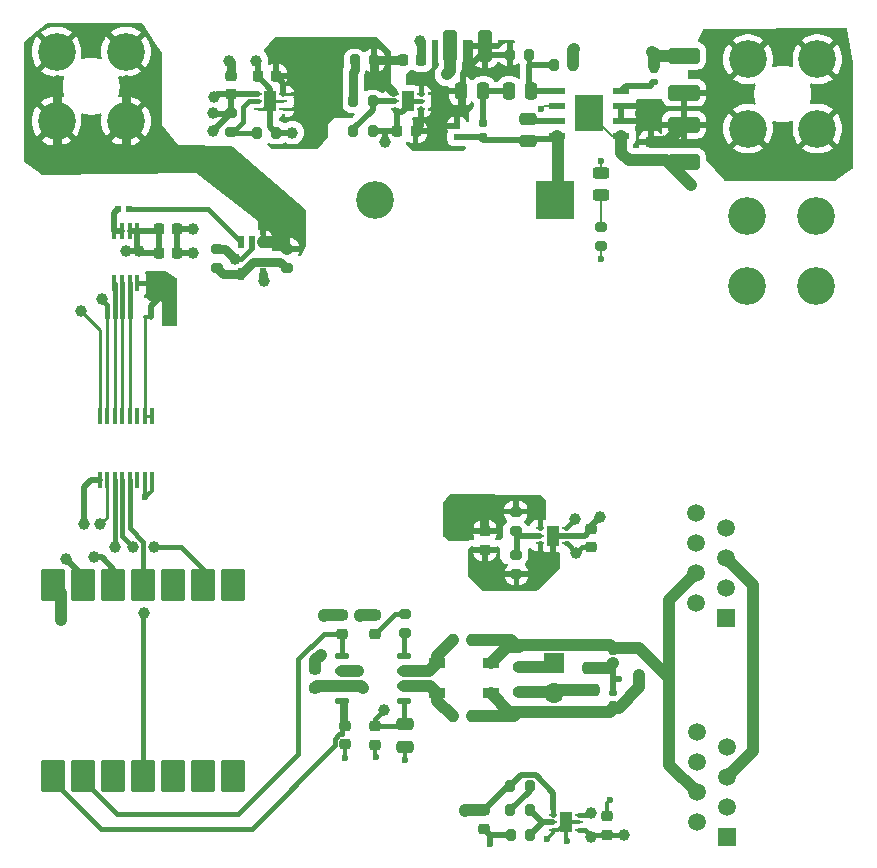
<source format=gbr>
%TF.GenerationSoftware,KiCad,Pcbnew,8.0.7*%
%TF.CreationDate,2025-03-13T19:28:30-05:00*%
%TF.ProjectId,motorboard,6d6f746f-7262-46f6-9172-642e6b696361,rev?*%
%TF.SameCoordinates,Original*%
%TF.FileFunction,Copper,L1,Top*%
%TF.FilePolarity,Positive*%
%FSLAX46Y46*%
G04 Gerber Fmt 4.6, Leading zero omitted, Abs format (unit mm)*
G04 Created by KiCad (PCBNEW 8.0.7) date 2025-03-13 19:28:30*
%MOMM*%
%LPD*%
G01*
G04 APERTURE LIST*
G04 Aperture macros list*
%AMRoundRect*
0 Rectangle with rounded corners*
0 $1 Rounding radius*
0 $2 $3 $4 $5 $6 $7 $8 $9 X,Y pos of 4 corners*
0 Add a 4 corners polygon primitive as box body*
4,1,4,$2,$3,$4,$5,$6,$7,$8,$9,$2,$3,0*
0 Add four circle primitives for the rounded corners*
1,1,$1+$1,$2,$3*
1,1,$1+$1,$4,$5*
1,1,$1+$1,$6,$7*
1,1,$1+$1,$8,$9*
0 Add four rect primitives between the rounded corners*
20,1,$1+$1,$2,$3,$4,$5,0*
20,1,$1+$1,$4,$5,$6,$7,0*
20,1,$1+$1,$6,$7,$8,$9,0*
20,1,$1+$1,$8,$9,$2,$3,0*%
G04 Aperture macros list end*
%TA.AperFunction,SMDPad,CuDef*%
%ADD10RoundRect,0.200000X0.200000X0.275000X-0.200000X0.275000X-0.200000X-0.275000X0.200000X-0.275000X0*%
%TD*%
%TA.AperFunction,SMDPad,CuDef*%
%ADD11RoundRect,0.200000X-0.275000X0.200000X-0.275000X-0.200000X0.275000X-0.200000X0.275000X0.200000X0*%
%TD*%
%TA.AperFunction,ComponentPad*%
%ADD12R,3.200000X3.200000*%
%TD*%
%TA.AperFunction,ComponentPad*%
%ADD13O,3.200000X3.200000*%
%TD*%
%TA.AperFunction,ComponentPad*%
%ADD14R,1.500000X1.500000*%
%TD*%
%TA.AperFunction,ComponentPad*%
%ADD15C,1.500000*%
%TD*%
%TA.AperFunction,SMDPad,CuDef*%
%ADD16RoundRect,0.225000X0.250000X-0.225000X0.250000X0.225000X-0.250000X0.225000X-0.250000X-0.225000X0*%
%TD*%
%TA.AperFunction,SMDPad,CuDef*%
%ADD17RoundRect,0.200000X0.275000X-0.200000X0.275000X0.200000X-0.275000X0.200000X-0.275000X-0.200000X0*%
%TD*%
%TA.AperFunction,SMDPad,CuDef*%
%ADD18R,0.630000X0.510000*%
%TD*%
%TA.AperFunction,SMDPad,CuDef*%
%ADD19RoundRect,0.225000X0.225000X0.250000X-0.225000X0.250000X-0.225000X-0.250000X0.225000X-0.250000X0*%
%TD*%
%TA.AperFunction,ComponentPad*%
%ADD20C,3.200000*%
%TD*%
%TA.AperFunction,SMDPad,CuDef*%
%ADD21R,0.756067X0.292473*%
%TD*%
%TA.AperFunction,SMDPad,CuDef*%
%ADD22R,1.100000X1.699999*%
%TD*%
%TA.AperFunction,SMDPad,CuDef*%
%ADD23RoundRect,0.200000X-0.200000X-0.275000X0.200000X-0.275000X0.200000X0.275000X-0.200000X0.275000X0*%
%TD*%
%TA.AperFunction,SMDPad,CuDef*%
%ADD24R,0.431000X1.327899*%
%TD*%
%TA.AperFunction,SMDPad,CuDef*%
%ADD25R,1.460500X0.558800*%
%TD*%
%TA.AperFunction,SMDPad,CuDef*%
%ADD26R,2.387600X3.098800*%
%TD*%
%TA.AperFunction,SMDPad,CuDef*%
%ADD27RoundRect,0.250000X0.325000X1.100000X-0.325000X1.100000X-0.325000X-1.100000X0.325000X-1.100000X0*%
%TD*%
%TA.AperFunction,SMDPad,CuDef*%
%ADD28R,0.508000X0.977900*%
%TD*%
%TA.AperFunction,SMDPad,CuDef*%
%ADD29RoundRect,0.250000X0.250000X0.475000X-0.250000X0.475000X-0.250000X-0.475000X0.250000X-0.475000X0*%
%TD*%
%TA.AperFunction,SMDPad,CuDef*%
%ADD30RoundRect,0.250000X-0.250000X-0.475000X0.250000X-0.475000X0.250000X0.475000X-0.250000X0.475000X0*%
%TD*%
%TA.AperFunction,SMDPad,CuDef*%
%ADD31RoundRect,0.140000X-0.170000X0.140000X-0.170000X-0.140000X0.170000X-0.140000X0.170000X0.140000X0*%
%TD*%
%TA.AperFunction,SMDPad,CuDef*%
%ADD32RoundRect,0.225000X-0.250000X0.225000X-0.250000X-0.225000X0.250000X-0.225000X0.250000X0.225000X0*%
%TD*%
%TA.AperFunction,SMDPad,CuDef*%
%ADD33RoundRect,0.243750X0.456250X-0.243750X0.456250X0.243750X-0.456250X0.243750X-0.456250X-0.243750X0*%
%TD*%
%TA.AperFunction,SMDPad,CuDef*%
%ADD34RoundRect,0.200000X-0.800000X1.175000X-0.800000X-1.175000X0.800000X-1.175000X0.800000X1.175000X0*%
%TD*%
%TA.AperFunction,SMDPad,CuDef*%
%ADD35RoundRect,0.200000X0.800000X-1.175000X0.800000X1.175000X-0.800000X1.175000X-0.800000X-1.175000X0*%
%TD*%
%TA.AperFunction,SMDPad,CuDef*%
%ADD36RoundRect,0.225000X-0.225000X-0.250000X0.225000X-0.250000X0.225000X0.250000X-0.225000X0.250000X0*%
%TD*%
%TA.AperFunction,SMDPad,CuDef*%
%ADD37RoundRect,0.250000X-1.100000X0.412500X-1.100000X-0.412500X1.100000X-0.412500X1.100000X0.412500X0*%
%TD*%
%TA.AperFunction,SMDPad,CuDef*%
%ADD38R,1.350000X0.900000*%
%TD*%
%TA.AperFunction,SMDPad,CuDef*%
%ADD39R,0.510000X0.630000*%
%TD*%
%TA.AperFunction,SMDPad,CuDef*%
%ADD40O,1.250000X0.549999*%
%TD*%
%TA.AperFunction,SMDPad,CuDef*%
%ADD41RoundRect,0.250000X-0.475000X0.250000X-0.475000X-0.250000X0.475000X-0.250000X0.475000X0.250000X0*%
%TD*%
%TA.AperFunction,SMDPad,CuDef*%
%ADD42RoundRect,0.250000X1.100000X-0.412500X1.100000X0.412500X-1.100000X0.412500X-1.100000X-0.412500X0*%
%TD*%
%TA.AperFunction,ComponentPad*%
%ADD43R,1.700000X1.700000*%
%TD*%
%TA.AperFunction,ComponentPad*%
%ADD44O,1.700000X1.700000*%
%TD*%
%TA.AperFunction,SMDPad,CuDef*%
%ADD45RoundRect,0.135000X0.185000X-0.135000X0.185000X0.135000X-0.185000X0.135000X-0.185000X-0.135000X0*%
%TD*%
%TA.AperFunction,SMDPad,CuDef*%
%ADD46RoundRect,0.160000X-0.160000X0.197500X-0.160000X-0.197500X0.160000X-0.197500X0.160000X0.197500X0*%
%TD*%
%TA.AperFunction,SMDPad,CuDef*%
%ADD47RoundRect,0.250000X0.475000X-0.250000X0.475000X0.250000X-0.475000X0.250000X-0.475000X-0.250000X0*%
%TD*%
%TA.AperFunction,SMDPad,CuDef*%
%ADD48R,0.354800X1.454899*%
%TD*%
%TA.AperFunction,ViaPad*%
%ADD49C,1.000000*%
%TD*%
%TA.AperFunction,ViaPad*%
%ADD50C,0.600000*%
%TD*%
%TA.AperFunction,Conductor*%
%ADD51C,1.016000*%
%TD*%
%TA.AperFunction,Conductor*%
%ADD52C,0.304800*%
%TD*%
%TA.AperFunction,Conductor*%
%ADD53C,0.508000*%
%TD*%
%TA.AperFunction,Conductor*%
%ADD54C,0.254000*%
%TD*%
%TA.AperFunction,Conductor*%
%ADD55C,0.381000*%
%TD*%
%TA.AperFunction,Conductor*%
%ADD56C,0.762000*%
%TD*%
%TA.AperFunction,Conductor*%
%ADD57C,0.200000*%
%TD*%
G04 APERTURE END LIST*
D10*
%TO.P,R3,1*%
%TO.N,/CAN/CAN_N*%
X146625001Y-119719200D03*
%TO.P,R3,2*%
%TO.N,Net-(U2-CANL)*%
X144975001Y-119719200D03*
%TD*%
%TO.P,R4,1*%
%TO.N,/CAN/CAN_P*%
X146625001Y-113219200D03*
%TO.P,R4,2*%
%TO.N,Net-(U2-CANH)*%
X144975001Y-113219200D03*
%TD*%
D11*
%TO.P,R22,1*%
%TO.N,Net-(D2-K)*%
X157551000Y-78237000D03*
%TO.P,R22,2*%
%TO.N,GND2*%
X157551000Y-79887000D03*
%TD*%
D12*
%TO.P,D1,1,K*%
%TO.N,Net-(D1-K)*%
X153600000Y-76000000D03*
D13*
%TO.P,D1,2,A*%
%TO.N,GND2*%
X138360000Y-76000000D03*
%TD*%
D14*
%TO.P,J2,1*%
%TO.N,GND*%
X168122800Y-111380500D03*
D15*
%TO.P,J2,2*%
%TO.N,+12VL*%
X165582800Y-110110500D03*
%TO.P,J2,3*%
X168122800Y-108840500D03*
%TO.P,J2,4*%
%TO.N,/CAN/CAN_P*%
X165582800Y-107570500D03*
%TO.P,J2,5*%
%TO.N,/CAN/CAN_N*%
X168122800Y-106300500D03*
%TO.P,J2,6*%
%TO.N,GND*%
X165582800Y-105030500D03*
%TO.P,J2,7*%
X168122800Y-103760500D03*
%TO.P,J2,8*%
%TO.N,+12VL*%
X165582800Y-102490500D03*
%TD*%
D10*
%TO.P,R11,1*%
%TO.N,GND2*%
X155173000Y-64597000D03*
%TO.P,R11,2*%
%TO.N,Net-(D2-A)*%
X153523000Y-64597000D03*
%TD*%
D16*
%TO.P,C25,1*%
%TO.N,+3.3VH*%
X126168000Y-67011001D03*
%TO.P,C25,2*%
%TO.N,GND2*%
X126168000Y-65461001D03*
%TD*%
D17*
%TO.P,R7,1*%
%TO.N,Net-(U6-IN-)*%
X130941751Y-81782450D03*
%TO.P,R7,2*%
%TO.N,/THROTTLE_OUT*%
X130941751Y-80132450D03*
%TD*%
D11*
%TO.P,R8,1*%
%TO.N,GND2*%
X124972751Y-80132450D03*
%TO.P,R8,2*%
%TO.N,Net-(U6-IN-)*%
X124972751Y-81782450D03*
%TD*%
D18*
%TO.P,L1,1*%
%TO.N,Net-(D1-K)*%
X145331000Y-70645000D03*
%TO.P,L1,2*%
%TO.N,/TSV_Power/+15V*%
X145331000Y-69725000D03*
%TD*%
D19*
%TO.P,C22,1*%
%TO.N,/TSV_Power/+15V*%
X141815000Y-70184763D03*
%TO.P,C22,2*%
%TO.N,GND2*%
X140265000Y-70184763D03*
%TD*%
D20*
%TO.P,J7,1,Pin_1*%
%TO.N,GND2*%
X169842000Y-77383000D03*
X169842000Y-83253000D03*
X175712000Y-77383000D03*
X175712000Y-83253000D03*
%TD*%
D21*
%TO.P,U8,1,OUT*%
%TO.N,+5VL*%
X153473800Y-128037999D03*
%TO.P,U8,2,FB*%
%TO.N,Net-(U8-FB)*%
X153473800Y-128688000D03*
%TO.P,U8,3,GND*%
%TO.N,GND*%
X153473800Y-129338001D03*
%TO.P,U8,4,EN*%
%TO.N,+12VL*%
X155629864Y-129338001D03*
%TO.P,U8,5,GND*%
%TO.N,GND*%
X155629864Y-128688000D03*
%TO.P,U8,6,IN*%
%TO.N,+12VL*%
X155629864Y-128037999D03*
D22*
%TO.P,U8,7,Thermal_Pad*%
%TO.N,GND*%
X154551832Y-128688000D03*
%TD*%
D10*
%TO.P,R10,1*%
%TO.N,Net-(D2-A)*%
X151426000Y-63681000D03*
%TO.P,R10,2*%
%TO.N,/TSV_Power/+15V*%
X149776000Y-63681000D03*
%TD*%
D21*
%TO.P,U7,1,OUT*%
%TO.N,+3.3VL*%
X152394800Y-103765998D03*
%TO.P,U7,2,FB*%
%TO.N,Net-(U7-FB)*%
X152394800Y-104415999D03*
%TO.P,U7,3,GND*%
%TO.N,GND*%
X152394800Y-105066000D03*
%TO.P,U7,4,EN*%
%TO.N,+12VL*%
X154550864Y-105066000D03*
%TO.P,U7,5,GND*%
%TO.N,GND*%
X154550864Y-104415999D03*
%TO.P,U7,6,IN*%
%TO.N,+12VL*%
X154550864Y-103765998D03*
D22*
%TO.P,U7,7,Thermal_Pad*%
%TO.N,GND*%
X153472832Y-104415999D03*
%TD*%
D23*
%TO.P,R14,1*%
%TO.N,+5VL*%
X149854800Y-125640000D03*
%TO.P,R14,2*%
%TO.N,Net-(R14-Pad2)*%
X151504800Y-125640000D03*
%TD*%
D24*
%TO.P,U4,1,VDD*%
%TO.N,+3.3VH*%
X118266999Y-78626652D03*
%TO.P,U4,2,VREF*%
X117617001Y-78626652D03*
%TO.P,U4,3,VFB*%
%TO.N,Net-(U4-VFB)*%
X116966999Y-78626652D03*
%TO.P,U4,4,VOUT*%
X116317001Y-78626652D03*
%TO.P,U4,5,\u002ASYNC*%
%TO.N,Net-(U3-OUTA)*%
X116317001Y-83053348D03*
%TO.P,U4,6,SCLK*%
%TO.N,Net-(U3-OUTB)*%
X116966999Y-83053348D03*
%TO.P,U4,7,DIN*%
%TO.N,Net-(U3-OUTC)*%
X117617001Y-83053348D03*
%TO.P,U4,8,GND*%
%TO.N,GND2*%
X118266999Y-83053348D03*
%TD*%
D21*
%TO.P,U11,1,OUT*%
%TO.N,+12VH*%
X140088968Y-66994762D03*
%TO.P,U11,2,FB*%
%TO.N,Net-(U11-FB)*%
X140088968Y-67644763D03*
%TO.P,U11,3,GND*%
%TO.N,GND2*%
X140088968Y-68294764D03*
%TO.P,U11,4,EN*%
%TO.N,/TSV_Power/+15V*%
X142245032Y-68294764D03*
%TO.P,U11,5,GND*%
%TO.N,GND2*%
X142245032Y-67644763D03*
%TO.P,U11,6,IN*%
%TO.N,/TSV_Power/+15V*%
X142245032Y-66994762D03*
D22*
%TO.P,U11,7,Thermal_Pad*%
%TO.N,GND2*%
X141167000Y-67644763D03*
%TD*%
D23*
%TO.P,R18,1*%
%TO.N,Net-(R17-Pad2)*%
X136545200Y-67644763D03*
%TO.P,R18,2*%
%TO.N,Net-(U11-FB)*%
X138195200Y-67644763D03*
%TD*%
D25*
%TO.P,U5,1,GND*%
%TO.N,GND2*%
X159231150Y-70566000D03*
%TO.P,U5,2,VIN*%
%TO.N,/TSV_Power/84VH*%
X159231150Y-69296000D03*
%TO.P,U5,3,EN/UVLO*%
X159231150Y-68026000D03*
%TO.P,U5,4,RON*%
%TO.N,Net-(U5-RON)*%
X159231150Y-66756000D03*
%TO.P,U5,5,FB*%
%TO.N,Net-(D2-A)*%
X153782850Y-66756000D03*
%TO.P,U5,6,PGOOD*%
X153782850Y-68026000D03*
%TO.P,U5,7,BST*%
%TO.N,Net-(U5-BST)*%
X153782850Y-69296000D03*
%TO.P,U5,8,SW*%
%TO.N,Net-(D1-K)*%
X153782850Y-70566000D03*
D26*
%TO.P,U5,EPAD*%
%TO.N,GND2*%
X156507000Y-68661000D03*
%TD*%
D27*
%TO.P,C15,1*%
%TO.N,/TSV_Power/+15V*%
X147723000Y-62933000D03*
%TO.P,C15,2*%
%TO.N,GND2*%
X144773000Y-62933000D03*
%TD*%
D14*
%TO.P,J1,1*%
%TO.N,GND*%
X168199000Y-129954500D03*
D15*
%TO.P,J1,2*%
%TO.N,+12VL*%
X165659000Y-128684500D03*
%TO.P,J1,3*%
X168199000Y-127414500D03*
%TO.P,J1,4*%
%TO.N,/CAN/CAN_P*%
X165659000Y-126144500D03*
%TO.P,J1,5*%
%TO.N,/CAN/CAN_N*%
X168199000Y-124874500D03*
%TO.P,J1,6*%
%TO.N,GND*%
X165659000Y-123604500D03*
%TO.P,J1,7*%
X168199000Y-122334500D03*
%TO.P,J1,8*%
%TO.N,+12VL*%
X165659000Y-121064500D03*
%TD*%
D28*
%TO.P,U6,1,OUT*%
%TO.N,/THROTTLE_OUT*%
X128909751Y-79560450D03*
%TO.P,U6,2,V-*%
%TO.N,GND2*%
X127959750Y-79560450D03*
%TO.P,U6,3,IN+*%
%TO.N,/DAC_OUT*%
X127009749Y-79560450D03*
%TO.P,U6,4,IN-*%
%TO.N,Net-(U6-IN-)*%
X127009749Y-82290950D03*
%TO.P,U6,5,V+*%
%TO.N,+12VH*%
X128909751Y-82290950D03*
%TD*%
D29*
%TO.P,C13,1*%
%TO.N,Net-(C13-Pad1)*%
X147551000Y-66756000D03*
%TO.P,C13,2*%
%TO.N,/TSV_Power/+15V*%
X145651000Y-66756000D03*
%TD*%
D30*
%TO.P,C14,1*%
%TO.N,Net-(C13-Pad1)*%
X149728000Y-66756000D03*
%TO.P,C14,2*%
%TO.N,Net-(D2-A)*%
X151628000Y-66756000D03*
%TD*%
D31*
%TO.P,C1,1*%
%TO.N,GND*%
X158550001Y-117739200D03*
%TO.P,C1,2*%
%TO.N,/CAN/CAN_N*%
X158550001Y-118699200D03*
%TD*%
D32*
%TO.P,C11,1*%
%TO.N,/TSV_Power/84VH*%
X161714000Y-71048000D03*
%TO.P,C11,2*%
%TO.N,GND2*%
X161714000Y-72598000D03*
%TD*%
D23*
%TO.P,R21,1*%
%TO.N,Net-(U9-FB)*%
X128391000Y-70300001D03*
%TO.P,R21,2*%
%TO.N,GND2*%
X130041000Y-70300001D03*
%TD*%
D16*
%TO.P,C18,1*%
%TO.N,+12VL*%
X156712800Y-105385700D03*
%TO.P,C18,2*%
%TO.N,GND*%
X156712800Y-103835700D03*
%TD*%
D32*
%TO.P,C21,1*%
%TO.N,+5VL*%
X147631800Y-127659000D03*
%TO.P,C21,2*%
%TO.N,GND*%
X147631800Y-129209000D03*
%TD*%
D16*
%TO.P,C7,1*%
%TO.N,Net-(C7-Pad1)*%
X138424800Y-112699000D03*
%TO.P,C7,2*%
%TO.N,GND*%
X138424800Y-111149000D03*
%TD*%
D33*
%TO.P,D2,1,K*%
%TO.N,Net-(D2-K)*%
X157551000Y-75554500D03*
%TO.P,D2,2,A*%
%TO.N,Net-(D2-A)*%
X157551000Y-73679500D03*
%TD*%
D23*
%TO.P,R19,1*%
%TO.N,Net-(U11-FB)*%
X136532000Y-70184763D03*
%TO.P,R19,2*%
%TO.N,GND2*%
X138182000Y-70184763D03*
%TD*%
D34*
%TO.P,U1,1,GPIO26/D0/ADC0*%
%TO.N,/CAN/CAN_RX*%
X111149756Y-124783000D03*
%TO.P,U1,2,GPIO27/D1/ADC1*%
%TO.N,/CAN/CAN_TX*%
X113689756Y-124783000D03*
%TO.P,U1,3,GPIO28/D2/ADC2*%
%TO.N,unconnected-(U1-GPIO28{slash}D2{slash}ADC2-Pad3)*%
X116229756Y-124783000D03*
%TO.P,U1,4,GPIO5/D3/SPI0_CS*%
%TO.N,/CS*%
X118769756Y-124783000D03*
%TO.P,U1,5,GPIO6/D4/SDA1*%
%TO.N,unconnected-(U1-GPIO6{slash}D4{slash}SDA1-Pad5)*%
X121309756Y-124783000D03*
%TO.P,U1,6,GPIO7/D5/SCL1*%
%TO.N,unconnected-(U1-GPIO7{slash}D5{slash}SCL1-Pad6)*%
X123849756Y-124783000D03*
%TO.P,U1,7,GPIO0/D6/TXO*%
%TO.N,unconnected-(U1-GPIO0{slash}D6{slash}TXO-Pad7)*%
X126389756Y-124783000D03*
D35*
%TO.P,U1,8,GPIO1/D7/RX0*%
%TO.N,unconnected-(U1-GPIO1{slash}D7{slash}RX0-Pad8)*%
X126389756Y-108618000D03*
%TO.P,U1,9,GPIO2/D8/SPI0_SCK*%
%TO.N,/SCK*%
X123849756Y-108618000D03*
%TO.P,U1,10,GPIO4/D9/SPI0_MISO*%
%TO.N,unconnected-(U1-GPIO4{slash}D9{slash}SPI0_MISO-Pad10)*%
X121309756Y-108618000D03*
%TO.P,U1,11,GPIO3/D10/SPI0_MOSI*%
%TO.N,/MOSI*%
X118769756Y-108618000D03*
%TO.P,U1,12,3V3*%
%TO.N,+3.3VL*%
X116229756Y-108618000D03*
%TO.P,U1,13,GND*%
%TO.N,GND*%
X113689756Y-108618000D03*
%TO.P,U1,14,5V*%
%TO.N,+5VL*%
X111149756Y-108618000D03*
%TD*%
D36*
%TO.P,C16,1*%
%TO.N,+3.3VH*%
X120073000Y-78457000D03*
%TO.P,C16,2*%
%TO.N,GND2*%
X121623000Y-78457000D03*
%TD*%
D37*
%TO.P,C10,1*%
%TO.N,/TSV_Power/84VH*%
X164536000Y-69625500D03*
%TO.P,C10,2*%
%TO.N,GND2*%
X164536000Y-72750500D03*
%TD*%
D38*
%TO.P,FL1,1*%
%TO.N,/CAN/CAN_N*%
X148176201Y-117719200D03*
%TO.P,FL1,2*%
%TO.N,/CAN/CAN_P*%
X148176201Y-115219200D03*
%TO.P,FL1,3*%
%TO.N,Net-(U2-CANH)*%
X143626201Y-115219200D03*
%TO.P,FL1,4*%
%TO.N,Net-(U2-CANL)*%
X143626201Y-117719200D03*
%TD*%
D16*
%TO.P,C20,1*%
%TO.N,+12VL*%
X158045800Y-129717000D03*
%TO.P,C20,2*%
%TO.N,GND*%
X158045800Y-128167000D03*
%TD*%
D17*
%TO.P,R2,1*%
%TO.N,Net-(J3-Pin_1)*%
X150550001Y-115492200D03*
%TO.P,R2,2*%
%TO.N,/CAN/CAN_P*%
X150550001Y-113842200D03*
%TD*%
D39*
%TO.P,L2,1*%
%TO.N,Net-(U4-VFB)*%
X116626000Y-76776000D03*
%TO.P,L2,2*%
%TO.N,/DAC_OUT*%
X117546000Y-76776000D03*
%TD*%
D40*
%TO.P,U2,1,TXD*%
%TO.N,/CAN/CAN_TX*%
X135630800Y-114591000D03*
%TO.P,U2,2,GND*%
%TO.N,GND*%
X135630800Y-115861000D03*
%TO.P,U2,3,VCC*%
%TO.N,+5VL*%
X135630800Y-117131000D03*
%TO.P,U2,4,RXD*%
%TO.N,/CAN/CAN_RX*%
X135630800Y-118401000D03*
%TO.P,U2,5,VIO*%
%TO.N,+3.3VL*%
X140880800Y-118401000D03*
%TO.P,U2,6,CANL*%
%TO.N,Net-(U2-CANL)*%
X140880800Y-117131000D03*
%TO.P,U2,7,CANH*%
%TO.N,Net-(U2-CANH)*%
X140880800Y-115861000D03*
%TO.P,U2,8,STB*%
%TO.N,Net-(U2-STB)*%
X140880800Y-114591000D03*
%TD*%
D32*
%TO.P,C6,1*%
%TO.N,GND*%
X133344800Y-115721000D03*
%TO.P,C6,2*%
%TO.N,+5VL*%
X133344800Y-117271000D03*
%TD*%
D17*
%TO.P,R5,1*%
%TO.N,Net-(U2-STB)*%
X140964800Y-112686000D03*
%TO.P,R5,2*%
%TO.N,Net-(C7-Pad1)*%
X140964800Y-111036000D03*
%TD*%
D36*
%TO.P,C17,1*%
%TO.N,+3.3VH*%
X120073000Y-80459000D03*
%TO.P,C17,2*%
%TO.N,GND2*%
X121623000Y-80459000D03*
%TD*%
D41*
%TO.P,C4,1*%
%TO.N,+3.3VL*%
X140934800Y-120372000D03*
%TO.P,C4,2*%
%TO.N,GND*%
X140934800Y-122272000D03*
%TD*%
D10*
%TO.P,R15,1*%
%TO.N,Net-(U8-FB)*%
X151518000Y-129736000D03*
%TO.P,R15,2*%
%TO.N,GND*%
X149868000Y-129736000D03*
%TD*%
D42*
%TO.P,C11,1*%
%TO.N,/TSV_Power/84VH*%
X164536000Y-66908500D03*
%TO.P,C11,2*%
%TO.N,GND2*%
X164536000Y-63783500D03*
%TD*%
D43*
%TO.P,J3,1,Pin_1*%
%TO.N,Net-(J3-Pin_1)*%
X153550001Y-115194200D03*
D44*
%TO.P,J3,2,Pin_2*%
%TO.N,Net-(J3-Pin_2)*%
X153550001Y-117734200D03*
%TD*%
D11*
%TO.P,R13,1*%
%TO.N,Net-(U7-FB)*%
X150362800Y-106019000D03*
%TO.P,R13,2*%
%TO.N,GND*%
X150362800Y-107669000D03*
%TD*%
D45*
%TO.P,R6,1*%
%TO.N,Net-(U5-RON)*%
X161968000Y-65983000D03*
%TO.P,R6,2*%
%TO.N,GND2*%
X161968000Y-64963000D03*
%TD*%
D16*
%TO.P,C9,1*%
%TO.N,/CAN/CAN_TX*%
X135630800Y-112699000D03*
%TO.P,C9,2*%
%TO.N,GND*%
X135630800Y-111149000D03*
%TD*%
D32*
%TO.P,C5,1*%
%TO.N,+3.3VL*%
X138424800Y-120547000D03*
%TO.P,C5,2*%
%TO.N,GND*%
X138424800Y-122097000D03*
%TD*%
%TO.P,C19,1*%
%TO.N,+3.3VL*%
X147695800Y-104037000D03*
%TO.P,C19,2*%
%TO.N,GND*%
X147695800Y-105587000D03*
%TD*%
D41*
%TO.P,C12,1*%
%TO.N,Net-(U5-BST)*%
X151300000Y-69108000D03*
%TO.P,C12,2*%
%TO.N,Net-(D1-K)*%
X151300000Y-71008000D03*
%TD*%
D46*
%TO.P,R9,1*%
%TO.N,Net-(C13-Pad1)*%
X147490000Y-69460500D03*
%TO.P,R9,2*%
%TO.N,Net-(D1-K)*%
X147490000Y-70655500D03*
%TD*%
D20*
%TO.P,J6,1,Pin_1*%
%TO.N,/THROTTLE_OUT*%
X111422000Y-63441000D03*
X111422000Y-69311000D03*
X117292000Y-63441000D03*
X117292000Y-69311000D03*
%TD*%
D31*
%TO.P,C2,1*%
%TO.N,/CAN/CAN_P*%
X158550001Y-114239200D03*
%TO.P,C2,2*%
%TO.N,GND*%
X158550001Y-115199200D03*
%TD*%
D47*
%TO.P,C3,1*%
%TO.N,Net-(J3-Pin_2)*%
X156662000Y-117478000D03*
%TO.P,C3,2*%
%TO.N,GND*%
X156662000Y-115578000D03*
%TD*%
D23*
%TO.P,R16,1*%
%TO.N,Net-(R14-Pad2)*%
X149854800Y-127672000D03*
%TO.P,R16,2*%
%TO.N,Net-(U8-FB)*%
X151504800Y-127672000D03*
%TD*%
D17*
%TO.P,R12,1*%
%TO.N,Net-(U7-FB)*%
X150312000Y-104018000D03*
%TO.P,R12,2*%
%TO.N,+3.3VL*%
X150312000Y-102368000D03*
%TD*%
D20*
%TO.P,J4,1,Pin_1*%
%TO.N,/TSV_Power/84VH*%
X169969000Y-64076000D03*
X169969000Y-69946000D03*
X175839000Y-64076000D03*
X175839000Y-69946000D03*
%TD*%
D17*
%TO.P,R1,1*%
%TO.N,/CAN/CAN_N*%
X150550001Y-119302200D03*
%TO.P,R1,2*%
%TO.N,Net-(J3-Pin_2)*%
X150550001Y-117652200D03*
%TD*%
D32*
%TO.P,C8,1*%
%TO.N,/CAN/CAN_RX*%
X135884800Y-120534000D03*
%TO.P,C8,2*%
%TO.N,GND*%
X135884800Y-122084000D03*
%TD*%
D48*
%TO.P,U3,1,VCC1*%
%TO.N,+3.3VL*%
X115069500Y-99691348D03*
%TO.P,U3,2,GND1*%
%TO.N,GND*%
X115704500Y-99691348D03*
%TO.P,U3,3,INA*%
%TO.N,/CS*%
X116339500Y-99691348D03*
%TO.P,U3,4,INB*%
%TO.N,/SCK*%
X116974500Y-99691348D03*
%TO.P,U3,5,INC*%
%TO.N,/MOSI*%
X117609500Y-99691348D03*
%TO.P,U3,6,OUTD*%
%TO.N,unconnected-(U3-OUTD-Pad6)*%
X118244500Y-99691348D03*
%TO.P,U3,7,GND1*%
%TO.N,GND*%
X118879500Y-99691348D03*
%TO.P,U3,8,GND1*%
X119514500Y-99691348D03*
%TO.P,U3,9,GND2*%
%TO.N,GND2*%
X119514500Y-94248652D03*
%TO.P,U3,10,GND2*%
X118879500Y-94248652D03*
%TO.P,U3,11,IND*%
%TO.N,unconnected-(U3-IND-Pad11)*%
X118244500Y-94248652D03*
%TO.P,U3,12,OUTC*%
%TO.N,Net-(U3-OUTC)*%
X117609500Y-94248652D03*
%TO.P,U3,13,OUTB*%
%TO.N,Net-(U3-OUTB)*%
X116974500Y-94248652D03*
%TO.P,U3,14,OUTA*%
%TO.N,Net-(U3-OUTA)*%
X116339500Y-94248652D03*
%TO.P,U3,15,GND2*%
%TO.N,GND2*%
X115704500Y-94248652D03*
%TO.P,U3,16,VCC2*%
%TO.N,+3.3VH*%
X115069500Y-94248652D03*
%TD*%
D17*
%TO.P,R20,1*%
%TO.N,Net-(U9-FB)*%
X126182000Y-70235000D03*
%TO.P,R20,2*%
%TO.N,+3.3VH*%
X126182000Y-68585000D03*
%TD*%
D36*
%TO.P,C23,1*%
%TO.N,+12VH*%
X140747000Y-64177663D03*
%TO.P,C23,2*%
%TO.N,GND2*%
X142297000Y-64177663D03*
%TD*%
D10*
%TO.P,R17,1*%
%TO.N,+12VH*%
X138308400Y-64177663D03*
%TO.P,R17,2*%
%TO.N,Net-(R17-Pad2)*%
X136658400Y-64177663D03*
%TD*%
D19*
%TO.P,C24,1*%
%TO.N,+12VH*%
X129991000Y-65474001D03*
%TO.P,C24,2*%
%TO.N,GND2*%
X128441000Y-65474001D03*
%TD*%
D21*
%TO.P,U9,1,OUT*%
%TO.N,+3.3VH*%
X128456936Y-66983000D03*
%TO.P,U9,2,FB*%
%TO.N,Net-(U9-FB)*%
X128456936Y-67633001D03*
%TO.P,U9,3,GND*%
%TO.N,GND2*%
X128456936Y-68283002D03*
%TO.P,U9,4,EN*%
%TO.N,+12VH*%
X130613000Y-68283002D03*
%TO.P,U9,5,GND*%
%TO.N,GND2*%
X130613000Y-67633001D03*
%TO.P,U9,6,IN*%
%TO.N,+12VH*%
X130613000Y-66983000D03*
D22*
%TO.P,U9,7,Thermal_Pad*%
%TO.N,GND2*%
X129534968Y-67633001D03*
%TD*%
D49*
%TO.N,/CAN/CAN_N*%
X170428800Y-116242000D03*
X160776800Y-116242000D03*
D50*
%TO.N,GND*%
X159075000Y-116528000D03*
X140914000Y-123386000D03*
X118943000Y-101161000D03*
X135834000Y-123259000D03*
D49*
X136977000Y-115893000D03*
D50*
X154630000Y-130244000D03*
D49*
X137104000Y-111194000D03*
X148584800Y-107150700D03*
X152140800Y-106642700D03*
D50*
X152979000Y-130117000D03*
D49*
X112212000Y-106368000D03*
X134056000Y-111194000D03*
X147314800Y-107150700D03*
D50*
X138501000Y-123132000D03*
D49*
X133802000Y-114496000D03*
X115133000Y-103447000D03*
X157474800Y-102832700D03*
X153410800Y-106642700D03*
D50*
X148153000Y-130498000D03*
X158313000Y-126815000D03*
D49*
%TO.N,+3.3VL*%
X145486000Y-104082000D03*
X147645000Y-102939000D03*
X113736000Y-103447000D03*
X139136000Y-119195000D03*
X145486000Y-101542000D03*
X152013800Y-102324700D03*
X145486000Y-102812000D03*
X114625000Y-106241000D03*
%TO.N,+5VL*%
X145994000Y-127704000D03*
X137358000Y-117290000D03*
X111831000Y-111575000D03*
%TO.N,GND2*%
X126528751Y-80957450D03*
X128341000Y-64203000D03*
X159315000Y-72063000D03*
X161855000Y-63427000D03*
X139249000Y-71047000D03*
X120594000Y-83761000D03*
X115260000Y-84396000D03*
X123007000Y-78427000D03*
X165171000Y-74744000D03*
X155251000Y-63173000D03*
D50*
X157551000Y-80967000D03*
D49*
X144470000Y-65346000D03*
X123007000Y-80459000D03*
X142184000Y-62552000D03*
X119705000Y-82745000D03*
X126055000Y-64203000D03*
X131375000Y-70285000D03*
%TO.N,/TSV_Power/+15V*%
X142297000Y-65701663D03*
X143821000Y-69777000D03*
D50*
%TO.N,Net-(D2-A)*%
X157551000Y-72712000D03*
X152471000Y-68267000D03*
D49*
%TO.N,+3.3VH*%
X124658000Y-70172000D03*
X124658000Y-68648000D03*
X117299301Y-80332000D03*
X124785000Y-67251000D03*
X113482000Y-85412000D03*
X118442301Y-80332000D03*
%TO.N,+12VH*%
X128976000Y-82872000D03*
X132391000Y-67618000D03*
X134056000Y-66108000D03*
X134056000Y-67632000D03*
%TO.N,+12VL*%
X155315800Y-102959700D03*
X156712800Y-129883700D03*
X156712800Y-127851700D03*
X155442800Y-105880700D03*
X159506800Y-129756700D03*
%TO.N,/CS*%
X116403000Y-105352000D03*
X118816000Y-110940000D03*
%TO.N,/SCK*%
X117879256Y-105352000D03*
X119660256Y-105352000D03*
%TD*%
D51*
%TO.N,/CAN/CAN_N*%
X158550001Y-118994200D02*
X159025001Y-118994200D01*
X168199000Y-124874500D02*
X170428800Y-122644700D01*
X159025001Y-118994200D02*
X160776800Y-117242401D01*
X170428800Y-108606500D02*
X168122800Y-106300500D01*
X149759201Y-119302200D02*
X148176201Y-117719200D01*
X150550001Y-119302200D02*
X158242001Y-119302200D01*
X170428800Y-122644700D02*
X170428800Y-116242000D01*
X150550001Y-119302200D02*
X149759201Y-119302200D01*
X170428800Y-116242000D02*
X170428800Y-108606500D01*
X160776800Y-117242401D02*
X160776800Y-116242000D01*
X150133001Y-119719200D02*
X150550001Y-119302200D01*
X146625001Y-119719200D02*
X150133001Y-119719200D01*
X158242001Y-119302200D02*
X158550001Y-118994200D01*
%TO.N,/CAN/CAN_P*%
X163316800Y-123802300D02*
X165659000Y-126144500D01*
X150756001Y-113636200D02*
X150550001Y-113842200D01*
X158550001Y-113944200D02*
X158242001Y-113636200D01*
X163316800Y-116750000D02*
X163316800Y-123802300D01*
X165582800Y-107570500D02*
X163316800Y-109836500D01*
X163316800Y-109836500D02*
X163316800Y-116750000D01*
X160765000Y-113944200D02*
X163316800Y-116496000D01*
X158242001Y-113636200D02*
X150756001Y-113636200D01*
X163316800Y-116496000D02*
X163316800Y-116750000D01*
X149927001Y-113219200D02*
X150550001Y-113842200D01*
X150550001Y-113842200D02*
X149553201Y-113842200D01*
X149553201Y-113842200D02*
X148176201Y-115219200D01*
X158550001Y-113944200D02*
X160765000Y-113944200D01*
X146625001Y-113219200D02*
X149927001Y-113219200D01*
%TO.N,Net-(J3-Pin_2)*%
X150550001Y-117652200D02*
X153468001Y-117652200D01*
X156662000Y-117478000D02*
X153806201Y-117478000D01*
X153806201Y-117478000D02*
X153550001Y-117734200D01*
X153468001Y-117652200D02*
X153550001Y-117734200D01*
D52*
%TO.N,GND*%
X158045800Y-127082200D02*
X158313000Y-126815000D01*
X153473800Y-129338001D02*
X153901831Y-129338001D01*
D53*
X148158800Y-129736000D02*
X148153000Y-129741800D01*
D51*
X138424800Y-111149000D02*
X137149000Y-111149000D01*
X156662000Y-115578000D02*
X158199201Y-115578000D01*
D52*
X154551832Y-130165832D02*
X154630000Y-130244000D01*
D51*
X158199201Y-115578000D02*
X158550001Y-115227200D01*
D52*
X154551832Y-128688000D02*
X154551832Y-130165832D01*
X118879500Y-101097500D02*
X118943000Y-101161000D01*
D53*
X113689756Y-107845756D02*
X112212000Y-106368000D01*
D51*
X134101000Y-111149000D02*
X134056000Y-111194000D01*
X133344800Y-115721000D02*
X133344800Y-114953200D01*
D53*
X149868000Y-129736000D02*
X148158800Y-129736000D01*
D52*
X140934800Y-123365200D02*
X140914000Y-123386000D01*
X153901831Y-129338001D02*
X154551832Y-128688000D01*
D54*
X115704500Y-102875500D02*
X115704500Y-99691348D01*
D53*
X148153000Y-129741800D02*
X148153000Y-130498000D01*
X153472832Y-106580668D02*
X153410800Y-106642700D01*
D52*
X118879500Y-99691348D02*
X118879500Y-101097500D01*
D53*
X156132501Y-104415999D02*
X154550864Y-104415999D01*
D52*
X135884800Y-123208200D02*
X135834000Y-123259000D01*
X119514500Y-100589500D02*
X118943000Y-101161000D01*
D54*
X115133000Y-103447000D02*
X115704500Y-102875500D01*
D55*
X152394800Y-105066000D02*
X152394800Y-106388700D01*
D52*
X140934800Y-122272000D02*
X140934800Y-123365200D01*
X119514500Y-99691348D02*
X119514500Y-100589500D01*
D53*
X158550001Y-116528000D02*
X158550001Y-117739200D01*
X153472832Y-104415999D02*
X154550864Y-104415999D01*
D52*
X138424800Y-122097000D02*
X138424800Y-123055800D01*
X138424800Y-123055800D02*
X138501000Y-123132000D01*
D53*
X157474800Y-102832700D02*
X156712800Y-103594700D01*
D55*
X152394800Y-106388700D02*
X152140800Y-106642700D01*
D53*
X156712800Y-103594700D02*
X156712800Y-103835700D01*
X148158800Y-129736000D02*
X147631800Y-129209000D01*
D51*
X135630800Y-115861000D02*
X136945000Y-115861000D01*
D52*
X158045800Y-128167000D02*
X158045800Y-127082200D01*
D51*
X133344800Y-114953200D02*
X133802000Y-114496000D01*
X136945000Y-115861000D02*
X136977000Y-115893000D01*
D52*
X154551832Y-128688000D02*
X155629864Y-128688000D01*
D51*
X137149000Y-111149000D02*
X137104000Y-111194000D01*
X135630800Y-111149000D02*
X134101000Y-111149000D01*
D52*
X135884800Y-122084000D02*
X135884800Y-123208200D01*
X153473800Y-129338001D02*
X153473800Y-129622200D01*
D53*
X113689756Y-108618000D02*
X113689756Y-107845756D01*
D52*
X153473800Y-129622200D02*
X152979000Y-130117000D01*
D53*
X153472832Y-104415999D02*
X153472832Y-106580668D01*
X158550001Y-115199200D02*
X158550001Y-116528000D01*
X158550001Y-116528000D02*
X159075000Y-116528000D01*
X156712800Y-103835700D02*
X156132501Y-104415999D01*
D55*
%TO.N,+3.3VL*%
X152394800Y-102705700D02*
X152013800Y-102324700D01*
X138424800Y-119906200D02*
X139136000Y-119195000D01*
D53*
X113736000Y-103447000D02*
X113736000Y-100272000D01*
D55*
X138424800Y-120547000D02*
X138424800Y-119906200D01*
X140880800Y-120493000D02*
X140934800Y-120547000D01*
X152394800Y-103765998D02*
X152394800Y-102705700D01*
D56*
X147645000Y-103986200D02*
X147695800Y-104037000D01*
D53*
X114316652Y-99691348D02*
X115069500Y-99691348D01*
X115227756Y-106241000D02*
X116229756Y-107243000D01*
X114625000Y-106241000D02*
X115227756Y-106241000D01*
X113736000Y-100272000D02*
X114316652Y-99691348D01*
D56*
X147645000Y-102939000D02*
X147645000Y-103986200D01*
D55*
X140934800Y-120547000D02*
X138424800Y-120547000D01*
X140880800Y-118401000D02*
X140880800Y-120493000D01*
D53*
X116229756Y-107243000D02*
X116229756Y-108618000D01*
%TO.N,+5VL*%
X150783800Y-124711000D02*
X152018000Y-124711000D01*
X149650800Y-125640000D02*
X147631800Y-127659000D01*
D55*
X153473800Y-128037999D02*
X153473800Y-127590200D01*
D53*
X153473800Y-126166800D02*
X153487000Y-126180000D01*
D51*
X135630800Y-117131000D02*
X133484800Y-117131000D01*
X133484800Y-117131000D02*
X133344800Y-117271000D01*
X135662800Y-117163000D02*
X135630800Y-117131000D01*
X137231000Y-117163000D02*
X135662800Y-117163000D01*
D53*
X149854800Y-125640000D02*
X150783800Y-124711000D01*
D51*
X111831000Y-109299244D02*
X111149756Y-108618000D01*
X147631800Y-127659000D02*
X146039000Y-127659000D01*
D53*
X152018000Y-124711000D02*
X153473800Y-126166800D01*
X153487000Y-126180000D02*
X153487000Y-127577000D01*
D51*
X137358000Y-117290000D02*
X137231000Y-117163000D01*
D55*
X153473800Y-127590200D02*
X153487000Y-127577000D01*
D51*
X111831000Y-111575000D02*
X111831000Y-109299244D01*
D53*
X149854800Y-125640000D02*
X149650800Y-125640000D01*
D51*
X146039000Y-127659000D02*
X145994000Y-127704000D01*
D55*
%TO.N,Net-(C7-Pad1)*%
X140964800Y-111036000D02*
X140087800Y-111036000D01*
X140087800Y-111036000D02*
X138424800Y-112699000D01*
%TO.N,/CAN/CAN_RX*%
X115196500Y-129228000D02*
X111149756Y-125181256D01*
X135630800Y-121243500D02*
X135373618Y-121243500D01*
X135884800Y-120534000D02*
X135884800Y-118655000D01*
X135373618Y-121243500D02*
X135019300Y-121597818D01*
X111149756Y-125181256D02*
X111149756Y-124783000D01*
X127960000Y-129228000D02*
X115196500Y-129228000D01*
X135884800Y-118655000D02*
X135630800Y-118401000D01*
X135630800Y-118401000D02*
X135630800Y-121243500D01*
X135019300Y-122168700D02*
X127960000Y-129228000D01*
X135019300Y-121597818D02*
X135019300Y-122168700D01*
%TO.N,/CAN/CAN_TX*%
X116530000Y-127958000D02*
X126817000Y-127958000D01*
X131897000Y-114877000D02*
X134075000Y-112699000D01*
X131897000Y-122878000D02*
X131897000Y-114877000D01*
X116530000Y-127958000D02*
X113689756Y-125117756D01*
X134075000Y-112699000D02*
X135630800Y-112699000D01*
X113689756Y-125117756D02*
X113689756Y-124783000D01*
X126817000Y-127958000D02*
X131897000Y-122878000D01*
X135630800Y-112699000D02*
X135630800Y-114591000D01*
D51*
%TO.N,GND2*%
X164536000Y-63783500D02*
X162211500Y-63783500D01*
D54*
X128884967Y-68283002D02*
X129534968Y-67633001D01*
D51*
X144773000Y-65043000D02*
X144470000Y-65346000D01*
D53*
X141167000Y-67999000D02*
X140637205Y-68528795D01*
X119380199Y-84974801D02*
X120594000Y-83761000D01*
D54*
X130613000Y-67633001D02*
X129534968Y-67633001D01*
D56*
X126168000Y-65461001D02*
X126168000Y-64316000D01*
D53*
X129534968Y-68091003D02*
X129534968Y-67633001D01*
X139249000Y-70184763D02*
X139249000Y-71047000D01*
D51*
X161727000Y-72585000D02*
X161714000Y-72598000D01*
D55*
X142245032Y-67644763D02*
X141167000Y-67644763D01*
D54*
X128456936Y-68283002D02*
X128884967Y-68283002D01*
D56*
X125703751Y-80132450D02*
X126528751Y-80957450D01*
D51*
X165171000Y-74744000D02*
X163012000Y-72585000D01*
D53*
X130041000Y-70300001D02*
X131359999Y-70300001D01*
D56*
X124972751Y-80132450D02*
X125703751Y-80132450D01*
D55*
X115704500Y-85865652D02*
X115704500Y-84840500D01*
D56*
X142297000Y-62665000D02*
X142184000Y-62552000D01*
D54*
X115704500Y-94248652D02*
X115704500Y-85865652D01*
D52*
X118879500Y-85865652D02*
X119380199Y-85865652D01*
D55*
X115704500Y-84840500D02*
X115260000Y-84396000D01*
D51*
X155173000Y-63251000D02*
X155251000Y-63173000D01*
D54*
X118879500Y-94248652D02*
X118879500Y-85865652D01*
D53*
X129534968Y-67633001D02*
X129534968Y-69793969D01*
D55*
X127959750Y-80070278D02*
X127072578Y-80957450D01*
D53*
X121623000Y-78457000D02*
X122977000Y-78457000D01*
D51*
X161714000Y-72598000D02*
X159850000Y-72598000D01*
D55*
X127072578Y-80957450D02*
X126528751Y-80957450D01*
D51*
X163012000Y-72585000D02*
X161727000Y-72585000D01*
X161968000Y-63540000D02*
X161855000Y-63427000D01*
X155173000Y-64597000D02*
X155173000Y-63251000D01*
X162211500Y-63783500D02*
X161855000Y-63427000D01*
D53*
X129534968Y-66567969D02*
X128441000Y-65474001D01*
X122977000Y-78457000D02*
X123007000Y-78427000D01*
D57*
X158412000Y-70566000D02*
X159231150Y-70566000D01*
D51*
X159231150Y-70566000D02*
X159231150Y-71979150D01*
X144773000Y-62933000D02*
X144773000Y-65043000D01*
D53*
X129342969Y-68283002D02*
X129534968Y-68091003D01*
X140265000Y-68528795D02*
X140088968Y-68352763D01*
D51*
X161968000Y-64648000D02*
X161968000Y-63540000D01*
D53*
X121623000Y-78457000D02*
X121623000Y-80459000D01*
X141167000Y-67644763D02*
X141167000Y-67999000D01*
X119380199Y-85865652D02*
X119380199Y-84974801D01*
D54*
X119514500Y-94248652D02*
X118879500Y-94248652D01*
D53*
X140265000Y-70184763D02*
X140265000Y-68528795D01*
X138182000Y-70184763D02*
X139249000Y-70184763D01*
D51*
X159850000Y-72598000D02*
X159315000Y-72063000D01*
D53*
X129534968Y-69793969D02*
X130041000Y-70300001D01*
D57*
X157551000Y-79887000D02*
X157551000Y-80967000D01*
D53*
X140637205Y-68528795D02*
X140265000Y-68528795D01*
D55*
X127959750Y-79560450D02*
X127959750Y-80070278D01*
D53*
X131359999Y-70300001D02*
X131375000Y-70285000D01*
X128441000Y-64303000D02*
X128341000Y-64203000D01*
X129534968Y-67633001D02*
X129534968Y-66567969D01*
D51*
X159231150Y-71979150D02*
X159315000Y-72063000D01*
D53*
X121623000Y-80459000D02*
X123007000Y-80459000D01*
X128441000Y-65474001D02*
X128441000Y-64303000D01*
X139249000Y-70184763D02*
X140265000Y-70184763D01*
D56*
X142297000Y-64177663D02*
X142297000Y-62665000D01*
D57*
X156507000Y-68661000D02*
X158412000Y-70566000D01*
D56*
X126168000Y-64316000D02*
X126055000Y-64203000D01*
D51*
%TO.N,/TSV_Power/84VH*%
X163113500Y-71048000D02*
X164536000Y-69625500D01*
D53*
X159231150Y-69296000D02*
X159231150Y-68026000D01*
D51*
X161714000Y-71048000D02*
X163113500Y-71048000D01*
D53*
%TO.N,Net-(D1-K)*%
X153515850Y-70833000D02*
X153782850Y-70566000D01*
D51*
X153840000Y-70623150D02*
X153782850Y-70566000D01*
X153840000Y-74603000D02*
X153840000Y-70623150D01*
D53*
X151300000Y-70833000D02*
X153515850Y-70833000D01*
X145331000Y-70645000D02*
X147252000Y-70645000D01*
X147490000Y-70883000D02*
X151250000Y-70883000D01*
X147252000Y-70645000D02*
X147490000Y-70883000D01*
X151250000Y-70883000D02*
X151300000Y-70833000D01*
%TO.N,Net-(U5-BST)*%
X153769850Y-69283000D02*
X153782850Y-69296000D01*
X151300000Y-69283000D02*
X153769850Y-69283000D01*
%TO.N,/TSV_Power/+15V*%
X142245032Y-69754731D02*
X142245032Y-68294764D01*
X145826000Y-66756000D02*
X145826000Y-65231000D01*
X145331000Y-68661000D02*
X145826000Y-68166000D01*
D55*
X142245032Y-65753631D02*
X142297000Y-65701663D01*
D53*
X147376000Y-63681000D02*
X149776000Y-63681000D01*
X145826000Y-68166000D02*
X145826000Y-66756000D01*
X145331000Y-69725000D02*
X143873000Y-69725000D01*
D55*
X142245032Y-66994762D02*
X142245032Y-65753631D01*
D53*
X143873000Y-69725000D02*
X143821000Y-69777000D01*
X145331000Y-69725000D02*
X145331000Y-68661000D01*
X145826000Y-65231000D02*
X147376000Y-63681000D01*
X141815000Y-70184763D02*
X142245032Y-69754731D01*
%TO.N,Net-(C13-Pad1)*%
X147490000Y-69233000D02*
X147490000Y-66870000D01*
X147376000Y-66756000D02*
X149903000Y-66756000D01*
X147490000Y-66870000D02*
X147376000Y-66756000D01*
%TO.N,Net-(D2-A)*%
X153523000Y-64597000D02*
X151426000Y-64597000D01*
X151426000Y-64597000D02*
X151426000Y-66729000D01*
D57*
X157551000Y-72712000D02*
X157551000Y-73679500D01*
X152712000Y-68026000D02*
X152471000Y-68267000D01*
X153782850Y-68026000D02*
X152712000Y-68026000D01*
D55*
X151426000Y-63681000D02*
X151426000Y-64597000D01*
D53*
X151426000Y-66729000D02*
X151453000Y-66756000D01*
X151453000Y-66756000D02*
X153782850Y-66756000D01*
%TO.N,+3.3VH*%
X119903348Y-78626652D02*
X120073000Y-78457000D01*
X126168000Y-67011001D02*
X125024999Y-67011001D01*
X126196001Y-66983000D02*
X126181000Y-66998001D01*
X120073000Y-80459000D02*
X120073000Y-78457000D01*
X118266999Y-80156698D02*
X118442301Y-80332000D01*
X124723001Y-68713001D02*
X124658000Y-68648000D01*
D54*
X115069500Y-86999500D02*
X113482000Y-85412000D01*
D53*
X126116999Y-68713001D02*
X124658000Y-70172000D01*
X120073000Y-80459000D02*
X118569301Y-80459000D01*
X118266999Y-78626652D02*
X119903348Y-78626652D01*
X126168000Y-68713001D02*
X126116999Y-68713001D01*
X128456936Y-66983000D02*
X126196001Y-66983000D01*
X126168000Y-68713001D02*
X126168000Y-67011001D01*
X126168000Y-68713001D02*
X124723001Y-68713001D01*
X117299301Y-80332000D02*
X118442301Y-80332000D01*
X125024999Y-67011001D02*
X124785000Y-67251000D01*
X118569301Y-80459000D02*
X118442301Y-80332000D01*
D54*
X115069500Y-94248652D02*
X115069500Y-86999500D01*
D53*
X118266999Y-78626652D02*
X117636499Y-78626652D01*
X118266999Y-78626652D02*
X118266999Y-80156698D01*
%TO.N,+12VH*%
X130613000Y-66096001D02*
X130613000Y-66983000D01*
D56*
X138308400Y-65214194D02*
X139903969Y-66809763D01*
D53*
X132391000Y-67618000D02*
X131756000Y-66983000D01*
D54*
X130613000Y-66983000D02*
X131756000Y-66983000D01*
D53*
X132391000Y-67618000D02*
X131725998Y-68283002D01*
X129991000Y-65474001D02*
X130613000Y-66096001D01*
D56*
X138308400Y-64177663D02*
X138308400Y-65214194D01*
X138308400Y-64177663D02*
X139744000Y-64177663D01*
X128909751Y-82290950D02*
X128909751Y-82805751D01*
D54*
X130613000Y-68283002D02*
X131725998Y-68283002D01*
D56*
X128909751Y-82805751D02*
X128976000Y-82872000D01*
X139744000Y-64177663D02*
X140747000Y-64177663D01*
D51*
%TO.N,Net-(U2-CANH)*%
X143626201Y-115219200D02*
X143626201Y-114568000D01*
X142984401Y-115861000D02*
X143626201Y-115219200D01*
X140880800Y-115861000D02*
X142984401Y-115861000D01*
X143626201Y-114568000D02*
X144975001Y-113219200D01*
%TO.N,Net-(U2-CANL)*%
X143038001Y-117131000D02*
X140880800Y-117131000D01*
X143626201Y-117719200D02*
X143626201Y-118370400D01*
X143626201Y-117719200D02*
X143038001Y-117131000D01*
X143626201Y-118370400D02*
X144975001Y-119719200D01*
D55*
%TO.N,+12VL*%
X155629864Y-128037999D02*
X156526501Y-128037999D01*
X154550864Y-103765998D02*
X154550864Y-103724636D01*
X156526501Y-128037999D02*
X156712800Y-127851700D01*
X158045800Y-129717000D02*
X159467100Y-129717000D01*
X155629864Y-129338001D02*
X156167101Y-129338001D01*
X154550864Y-105066000D02*
X154628100Y-105066000D01*
X156712800Y-105385700D02*
X155937800Y-105385700D01*
X155937800Y-105385700D02*
X155442800Y-105880700D01*
X154550864Y-103724636D02*
X155315800Y-102959700D01*
X156167101Y-129338001D02*
X156712800Y-129883700D01*
X159467100Y-129717000D02*
X159506800Y-129756700D01*
X154628100Y-105066000D02*
X155442800Y-105880700D01*
X158045800Y-129717000D02*
X156879500Y-129717000D01*
X156879500Y-129717000D02*
X156712800Y-129883700D01*
D57*
%TO.N,Net-(J3-Pin_1)*%
X153450001Y-114794200D02*
X153550001Y-114694200D01*
D51*
X150550001Y-115492200D02*
X153252001Y-115492200D01*
X153252001Y-115492200D02*
X153550001Y-115194200D01*
D57*
X153400001Y-114794200D02*
X153550001Y-114944200D01*
D56*
%TO.N,/THROTTLE_OUT*%
X111422000Y-71583000D02*
X117292000Y-71583000D01*
X117292000Y-65713000D02*
X117292000Y-71583000D01*
X111422000Y-65713000D02*
X111422000Y-71583000D01*
D51*
X130369751Y-79560450D02*
X128921750Y-79560450D01*
X130941751Y-80132450D02*
X130369751Y-79560450D01*
D55*
%TO.N,Net-(U2-STB)*%
X140880800Y-114591000D02*
X140880800Y-112770000D01*
X140880800Y-112770000D02*
X140964800Y-112686000D01*
D53*
%TO.N,Net-(U5-RON)*%
X159612150Y-66375000D02*
X159231150Y-66756000D01*
X161778000Y-66173000D02*
X161968000Y-65983000D01*
X161778000Y-66375000D02*
X159612150Y-66375000D01*
X161778000Y-66375000D02*
X161778000Y-66173000D01*
D56*
%TO.N,Net-(U6-IN-)*%
X125481251Y-82290950D02*
X127009749Y-82290950D01*
X124972751Y-81782450D02*
X125481251Y-82290950D01*
X128079699Y-81221000D02*
X130380301Y-81221000D01*
X127009749Y-82290950D02*
X128079699Y-81221000D01*
X130380301Y-81221000D02*
X130941751Y-81782450D01*
D53*
%TO.N,Net-(U7-FB)*%
X150424832Y-104113000D02*
X150424832Y-105956968D01*
X150727831Y-104415999D02*
X150424832Y-104113000D01*
X150424832Y-105956968D02*
X150362800Y-106019000D01*
X152394800Y-104415999D02*
X150727831Y-104415999D01*
%TO.N,Net-(R14-Pad2)*%
X151504800Y-126022000D02*
X149854800Y-127672000D01*
X151504800Y-125640000D02*
X151504800Y-126022000D01*
%TO.N,Net-(U8-FB)*%
X151441800Y-129832000D02*
X152585800Y-128688000D01*
X151504800Y-127672000D02*
X152520800Y-128688000D01*
X152520800Y-128688000D02*
X153473800Y-128688000D01*
X152585800Y-128688000D02*
X153473800Y-128688000D01*
D56*
%TO.N,Net-(R17-Pad2)*%
X136545200Y-67644763D02*
X136545200Y-65116963D01*
X136646200Y-64189863D02*
X136658400Y-64177663D01*
X136658400Y-65003763D02*
X136658400Y-64177663D01*
X136545200Y-65116963D02*
X136658400Y-65003763D01*
D53*
%TO.N,Net-(U11-FB)*%
X138195200Y-68330563D02*
X138195200Y-67644763D01*
X140088968Y-67644763D02*
X138195200Y-67644763D01*
X136532000Y-70184763D02*
X136532000Y-69993763D01*
X136532000Y-69993763D02*
X138195200Y-68330563D01*
D55*
%TO.N,Net-(U9-FB)*%
X127697903Y-67633001D02*
X127184000Y-68146904D01*
X128391000Y-70300001D02*
X126231000Y-70300001D01*
X127184000Y-69347001D02*
X126168000Y-70363001D01*
X128456936Y-67633001D02*
X127697903Y-67633001D01*
X126231000Y-70300001D02*
X126168000Y-70363001D01*
X127184000Y-68146904D02*
X127184000Y-69347001D01*
D54*
%TO.N,Net-(U3-OUTC)*%
X117609500Y-94248652D02*
X117609500Y-85865652D01*
D55*
X117609500Y-83060849D02*
X117617001Y-83053348D01*
X117609500Y-85865652D02*
X117609500Y-83060849D01*
%TO.N,Net-(U3-OUTB)*%
X116974500Y-85635000D02*
X116974500Y-83060849D01*
X116974500Y-85865652D02*
X116974500Y-85635000D01*
X116974500Y-83060849D02*
X116966999Y-83053348D01*
D54*
X116974500Y-94248652D02*
X116974500Y-85635000D01*
D55*
%TO.N,Net-(U3-OUTA)*%
X116339500Y-85865652D02*
X116339500Y-83075847D01*
D54*
X116339500Y-94248652D02*
X116339500Y-85865652D01*
D55*
X116339500Y-83075847D02*
X116317001Y-83053348D01*
%TO.N,/DAC_OUT*%
X117546000Y-76776000D02*
X124225299Y-76776000D01*
X124225299Y-76776000D02*
X127009749Y-79560450D01*
D57*
%TO.N,Net-(D2-K)*%
X157551000Y-75554500D02*
X157551000Y-78237000D01*
D55*
%TO.N,/MOSI*%
X117609500Y-103764500D02*
X117609500Y-99691348D01*
X118769756Y-108618000D02*
X118769756Y-104924756D01*
X118769756Y-104924756D02*
X117609500Y-103764500D01*
%TO.N,/CS*%
X116403000Y-105352000D02*
X116339500Y-105288500D01*
X118816000Y-110940000D02*
X118769756Y-110986244D01*
X116339500Y-105288500D02*
X116339500Y-99691348D01*
X118769756Y-110986244D02*
X118769756Y-124783000D01*
%TO.N,/SCK*%
X116974500Y-99691348D02*
X116974500Y-104447244D01*
X119660256Y-105352000D02*
X121958756Y-105352000D01*
X123849756Y-107243000D02*
X123849756Y-108618000D01*
X116974500Y-104447244D02*
X117879256Y-105352000D01*
X121958756Y-105352000D02*
X123849756Y-107243000D01*
D53*
%TO.N,Net-(U4-VFB)*%
X116317001Y-78626652D02*
X116657000Y-78626652D01*
X116317001Y-77084999D02*
X116626000Y-76776000D01*
X116657000Y-78626652D02*
X116928499Y-78626652D01*
X116317001Y-78626652D02*
X116317001Y-77084999D01*
%TD*%
%TA.AperFunction,Conductor*%
%TO.N,/TSV_Power/84VH*%
G36*
X178326219Y-61429067D02*
G01*
X178372491Y-61481418D01*
X178382507Y-61513560D01*
X178871281Y-64432737D01*
X178872983Y-64453409D01*
X178859104Y-73280592D01*
X178839314Y-73347600D01*
X178803666Y-73383718D01*
X177380163Y-74328321D01*
X177313419Y-74348987D01*
X177311601Y-74349000D01*
X168006684Y-74349000D01*
X167939645Y-74329315D01*
X167914005Y-74307381D01*
X166417820Y-72624172D01*
X166387994Y-72560988D01*
X166386499Y-72541791D01*
X166386499Y-72287998D01*
X166386498Y-72287981D01*
X166375999Y-72185203D01*
X166375998Y-72185200D01*
X166340634Y-72078479D01*
X166320814Y-72018666D01*
X166228712Y-71869344D01*
X166104656Y-71745288D01*
X165955334Y-71653186D01*
X165788797Y-71598001D01*
X165788795Y-71598000D01*
X165686010Y-71587500D01*
X163385998Y-71587500D01*
X163385983Y-71587501D01*
X163283198Y-71598001D01*
X163277515Y-71599218D01*
X163227375Y-71599582D01*
X163158563Y-71585895D01*
X163111329Y-71576500D01*
X162798838Y-71576500D01*
X162731799Y-71556815D01*
X162686044Y-71504011D01*
X162676100Y-71434853D01*
X162677585Y-71426544D01*
X162678855Y-71420607D01*
X162688999Y-71321322D01*
X162689000Y-71321309D01*
X162689000Y-71298000D01*
X160739001Y-71298000D01*
X160739001Y-71321322D01*
X160749144Y-71420609D01*
X160751096Y-71426500D01*
X160753496Y-71496328D01*
X160717762Y-71556369D01*
X160655241Y-71587559D01*
X160633389Y-71589500D01*
X160363650Y-71589500D01*
X160296611Y-71569815D01*
X160250856Y-71517011D01*
X160239650Y-71465500D01*
X160239650Y-71324376D01*
X160259335Y-71257337D01*
X160289336Y-71225111D01*
X160318946Y-71202946D01*
X160405196Y-71087731D01*
X160455491Y-70952883D01*
X160461900Y-70893273D01*
X160461900Y-70774677D01*
X160739000Y-70774677D01*
X160739000Y-70798000D01*
X161464000Y-70798000D01*
X161464000Y-70098000D01*
X161964000Y-70098000D01*
X161964000Y-70798000D01*
X162688999Y-70798000D01*
X162688999Y-70774692D01*
X162688998Y-70774677D01*
X162678856Y-70675395D01*
X162677963Y-70672701D01*
X162677902Y-70670934D01*
X162677439Y-70668771D01*
X162677824Y-70668688D01*
X162675557Y-70602873D01*
X162711285Y-70542829D01*
X162773804Y-70511633D01*
X162843264Y-70519189D01*
X162883348Y-70546009D01*
X162967654Y-70630315D01*
X163116875Y-70722356D01*
X163116880Y-70722358D01*
X163283302Y-70777505D01*
X163283309Y-70777506D01*
X163386019Y-70787999D01*
X164285999Y-70787999D01*
X164786000Y-70787999D01*
X165685972Y-70787999D01*
X165685986Y-70787998D01*
X165788697Y-70777505D01*
X165955119Y-70722358D01*
X165955124Y-70722356D01*
X166104345Y-70630315D01*
X166228315Y-70506345D01*
X166320356Y-70357124D01*
X166320358Y-70357119D01*
X166375505Y-70190697D01*
X166375506Y-70190690D01*
X166385999Y-70087986D01*
X166386000Y-70087973D01*
X166386000Y-69875500D01*
X164786000Y-69875500D01*
X164786000Y-70787999D01*
X164285999Y-70787999D01*
X164286000Y-70787998D01*
X164286000Y-69875500D01*
X162686001Y-69875500D01*
X162686001Y-70087986D01*
X162696494Y-70190699D01*
X162700171Y-70201795D01*
X162702572Y-70271624D01*
X162666840Y-70331665D01*
X162604319Y-70362857D01*
X162534860Y-70355296D01*
X162494784Y-70328479D01*
X162416732Y-70250427D01*
X162416728Y-70250424D01*
X162272492Y-70161457D01*
X162272481Y-70161452D01*
X162111606Y-70108144D01*
X162012322Y-70098000D01*
X161964000Y-70098000D01*
X161464000Y-70098000D01*
X161463999Y-70097999D01*
X161415693Y-70098000D01*
X161415675Y-70098001D01*
X161316392Y-70108144D01*
X161155518Y-70161452D01*
X161155507Y-70161457D01*
X161011271Y-70250424D01*
X161011267Y-70250427D01*
X160891427Y-70370267D01*
X160891424Y-70370271D01*
X160802457Y-70514507D01*
X160802452Y-70514518D01*
X160749144Y-70675393D01*
X160739000Y-70774677D01*
X160461900Y-70774677D01*
X160461899Y-70238728D01*
X160455491Y-70179117D01*
X160448904Y-70161457D01*
X160405197Y-70044271D01*
X160405196Y-70044269D01*
X160375719Y-70004893D01*
X160351302Y-69939429D01*
X160366153Y-69871156D01*
X160375721Y-69856269D01*
X160404751Y-69817491D01*
X160454997Y-69682776D01*
X160454998Y-69682772D01*
X160461399Y-69623244D01*
X160461400Y-69623227D01*
X160461400Y-69546000D01*
X159355150Y-69546000D01*
X159288111Y-69526315D01*
X159242356Y-69473511D01*
X159231150Y-69422000D01*
X159231150Y-69296000D01*
X159105150Y-69296000D01*
X159038111Y-69276315D01*
X158992356Y-69223511D01*
X158981150Y-69172000D01*
X158981150Y-69163013D01*
X162686000Y-69163013D01*
X162686000Y-69375500D01*
X164286000Y-69375500D01*
X164786000Y-69375500D01*
X166385999Y-69375500D01*
X166385999Y-69163028D01*
X166385998Y-69163013D01*
X166375505Y-69060302D01*
X166320358Y-68893880D01*
X166320356Y-68893875D01*
X166228315Y-68744654D01*
X166104345Y-68620684D01*
X165955124Y-68528643D01*
X165955119Y-68528641D01*
X165788697Y-68473494D01*
X165788690Y-68473493D01*
X165685986Y-68463000D01*
X164786000Y-68463000D01*
X164786000Y-69375500D01*
X164286000Y-69375500D01*
X164286000Y-68463000D01*
X163386028Y-68463000D01*
X163386012Y-68463001D01*
X163283302Y-68473494D01*
X163116880Y-68528641D01*
X163116875Y-68528643D01*
X162967654Y-68620684D01*
X162843684Y-68744654D01*
X162751643Y-68893875D01*
X162751641Y-68893880D01*
X162696494Y-69060302D01*
X162696493Y-69060309D01*
X162686000Y-69163013D01*
X158981150Y-69163013D01*
X158981150Y-69046000D01*
X159481150Y-69046000D01*
X160461400Y-69046000D01*
X160461400Y-68968772D01*
X160461399Y-68968755D01*
X160454998Y-68909227D01*
X160454997Y-68909223D01*
X160404752Y-68774511D01*
X160404751Y-68774510D01*
X160375407Y-68735312D01*
X160350989Y-68669848D01*
X160365840Y-68601575D01*
X160375407Y-68586688D01*
X160404751Y-68547489D01*
X160404752Y-68547488D01*
X160454997Y-68412776D01*
X160454998Y-68412772D01*
X160461399Y-68353244D01*
X160461400Y-68353227D01*
X160461400Y-68276000D01*
X159481150Y-68276000D01*
X159481150Y-69046000D01*
X158981150Y-69046000D01*
X158981150Y-68150000D01*
X159000835Y-68082961D01*
X159053639Y-68037206D01*
X159105150Y-68026000D01*
X159231150Y-68026000D01*
X159231150Y-67900000D01*
X159250835Y-67832961D01*
X159303639Y-67787206D01*
X159355150Y-67776000D01*
X160461400Y-67776000D01*
X160461400Y-67698772D01*
X160461399Y-67698755D01*
X160454998Y-67639227D01*
X160453213Y-67631670D01*
X160454509Y-67631363D01*
X160450102Y-67569777D01*
X160483584Y-67508452D01*
X160544906Y-67474965D01*
X160569709Y-67472141D01*
X162596490Y-67446806D01*
X162663769Y-67465651D01*
X162710181Y-67517879D01*
X162715745Y-67531792D01*
X162751641Y-67640119D01*
X162751643Y-67640124D01*
X162843684Y-67789345D01*
X162967654Y-67913315D01*
X163116875Y-68005356D01*
X163116880Y-68005358D01*
X163283302Y-68060505D01*
X163283309Y-68060506D01*
X163386019Y-68070999D01*
X164285999Y-68070999D01*
X164786000Y-68070999D01*
X165685972Y-68070999D01*
X165685986Y-68070998D01*
X165788697Y-68060505D01*
X165955119Y-68005358D01*
X165955124Y-68005356D01*
X166104345Y-67913315D01*
X166228315Y-67789345D01*
X166320356Y-67640124D01*
X166320358Y-67640119D01*
X166375505Y-67473697D01*
X166375506Y-67473690D01*
X166385999Y-67370986D01*
X166386000Y-67370973D01*
X166386000Y-67158500D01*
X164786000Y-67158500D01*
X164786000Y-68070999D01*
X164285999Y-68070999D01*
X164286000Y-68070998D01*
X164286000Y-67032500D01*
X164305685Y-66965461D01*
X164358489Y-66919706D01*
X164410000Y-66908500D01*
X164536000Y-66908500D01*
X164536000Y-66782500D01*
X164555685Y-66715461D01*
X164608489Y-66669706D01*
X164660000Y-66658500D01*
X166385999Y-66658500D01*
X166385999Y-66446028D01*
X166385998Y-66446013D01*
X166375505Y-66343302D01*
X166320358Y-66176880D01*
X166320356Y-66176875D01*
X166228315Y-66027654D01*
X166104345Y-65903684D01*
X165955124Y-65811643D01*
X165955119Y-65811641D01*
X165788697Y-65756494D01*
X165788690Y-65756493D01*
X165685986Y-65746000D01*
X165027000Y-65746000D01*
X164959961Y-65726315D01*
X164914206Y-65673511D01*
X164903000Y-65622000D01*
X164903000Y-65070499D01*
X164922685Y-65003460D01*
X164975489Y-64957705D01*
X165026998Y-64946499D01*
X165686008Y-64946499D01*
X165788797Y-64935999D01*
X165955334Y-64880814D01*
X166104656Y-64788712D01*
X166228712Y-64664656D01*
X166320814Y-64515334D01*
X166375999Y-64348797D01*
X166386500Y-64246009D01*
X166386500Y-64076000D01*
X167864093Y-64076000D01*
X167883697Y-64362618D01*
X167883698Y-64362619D01*
X167942145Y-64643885D01*
X167942150Y-64643902D01*
X168038355Y-64914595D01*
X168170527Y-65169677D01*
X168170531Y-65169683D01*
X168315867Y-65375576D01*
X168315868Y-65375577D01*
X169160497Y-64530947D01*
X169250505Y-64665653D01*
X169379347Y-64794495D01*
X169514051Y-64884501D01*
X168671198Y-65727353D01*
X168755144Y-65795647D01*
X168755146Y-65795648D01*
X169000607Y-65944917D01*
X169264108Y-66059371D01*
X169540737Y-66136879D01*
X169540744Y-66136880D01*
X169825355Y-66176000D01*
X170112645Y-66176000D01*
X170397255Y-66136880D01*
X170397271Y-66136877D01*
X170466866Y-66117377D01*
X170536730Y-66118243D01*
X170595035Y-66156744D01*
X170623269Y-66220655D01*
X170617364Y-66277731D01*
X170593685Y-66345401D01*
X170593684Y-66345405D01*
X170533688Y-66608268D01*
X170533686Y-66608280D01*
X170503500Y-66876186D01*
X170503500Y-67145813D01*
X170533686Y-67413719D01*
X170533688Y-67413731D01*
X170593684Y-67676593D01*
X170617364Y-67744267D01*
X170620925Y-67814046D01*
X170586196Y-67874673D01*
X170524202Y-67906900D01*
X170466867Y-67904623D01*
X170397262Y-67885120D01*
X170397255Y-67885119D01*
X170112645Y-67846000D01*
X169825355Y-67846000D01*
X169540744Y-67885119D01*
X169540737Y-67885120D01*
X169264108Y-67962628D01*
X169000610Y-68077081D01*
X168755140Y-68226355D01*
X168755137Y-68226357D01*
X168671199Y-68294645D01*
X169514051Y-69137497D01*
X169379347Y-69227505D01*
X169250505Y-69356347D01*
X169160498Y-69491051D01*
X168315868Y-68646421D01*
X168315867Y-68646421D01*
X168170531Y-68852316D01*
X168170527Y-68852322D01*
X168038355Y-69107404D01*
X167942150Y-69378097D01*
X167942145Y-69378114D01*
X167883698Y-69659380D01*
X167883697Y-69659381D01*
X167864093Y-69946000D01*
X167883697Y-70232618D01*
X167883698Y-70232619D01*
X167942145Y-70513885D01*
X167942150Y-70513902D01*
X168038355Y-70784595D01*
X168170527Y-71039677D01*
X168170531Y-71039683D01*
X168315867Y-71245576D01*
X168315868Y-71245577D01*
X169160497Y-70400947D01*
X169250505Y-70535653D01*
X169379347Y-70664495D01*
X169514051Y-70754501D01*
X168671198Y-71597353D01*
X168755144Y-71665647D01*
X168755146Y-71665648D01*
X169000607Y-71814917D01*
X169264108Y-71929371D01*
X169540737Y-72006879D01*
X169540744Y-72006880D01*
X169825355Y-72046000D01*
X170112645Y-72046000D01*
X170397255Y-72006880D01*
X170397262Y-72006879D01*
X170673891Y-71929371D01*
X170937392Y-71814917D01*
X171182854Y-71665648D01*
X171266800Y-71597353D01*
X170423948Y-70754502D01*
X170558653Y-70664495D01*
X170687495Y-70535653D01*
X170777502Y-70400948D01*
X171622130Y-71245576D01*
X171622131Y-71245576D01*
X171767472Y-71039676D01*
X171899644Y-70784595D01*
X171995849Y-70513902D01*
X171995854Y-70513885D01*
X172054301Y-70232619D01*
X172054302Y-70232618D01*
X172073906Y-69946000D01*
X172054302Y-69659382D01*
X172008719Y-69440027D01*
X172014352Y-69370385D01*
X172056742Y-69314843D01*
X172122431Y-69291037D01*
X172171080Y-69297757D01*
X172238397Y-69321312D01*
X172238405Y-69321315D01*
X172238408Y-69321315D01*
X172238409Y-69321316D01*
X172501268Y-69381312D01*
X172769187Y-69411499D01*
X172769188Y-69411500D01*
X172769191Y-69411500D01*
X173038812Y-69411500D01*
X173038812Y-69411499D01*
X173306732Y-69381312D01*
X173569591Y-69321316D01*
X173636919Y-69297756D01*
X173706697Y-69294194D01*
X173767325Y-69328923D01*
X173799552Y-69390916D01*
X173799280Y-69440026D01*
X173753698Y-69659379D01*
X173753697Y-69659381D01*
X173734093Y-69946000D01*
X173753697Y-70232618D01*
X173753698Y-70232619D01*
X173812145Y-70513885D01*
X173812150Y-70513902D01*
X173908355Y-70784595D01*
X174040527Y-71039677D01*
X174040531Y-71039683D01*
X174185867Y-71245576D01*
X174185868Y-71245577D01*
X175030497Y-70400947D01*
X175120505Y-70535653D01*
X175249347Y-70664495D01*
X175384051Y-70754501D01*
X174541198Y-71597353D01*
X174625144Y-71665647D01*
X174625146Y-71665648D01*
X174870607Y-71814917D01*
X175134108Y-71929371D01*
X175410737Y-72006879D01*
X175410744Y-72006880D01*
X175695355Y-72046000D01*
X175982645Y-72046000D01*
X176267255Y-72006880D01*
X176267262Y-72006879D01*
X176543891Y-71929371D01*
X176807392Y-71814917D01*
X177052854Y-71665648D01*
X177136800Y-71597353D01*
X176293948Y-70754502D01*
X176428653Y-70664495D01*
X176557495Y-70535653D01*
X176647502Y-70400948D01*
X177492130Y-71245576D01*
X177492131Y-71245576D01*
X177637472Y-71039676D01*
X177769644Y-70784595D01*
X177865849Y-70513902D01*
X177865854Y-70513885D01*
X177924301Y-70232619D01*
X177924302Y-70232618D01*
X177943906Y-69946000D01*
X177924302Y-69659381D01*
X177924301Y-69659380D01*
X177865854Y-69378114D01*
X177865849Y-69378097D01*
X177769644Y-69107404D01*
X177637472Y-68852323D01*
X177492130Y-68646422D01*
X176647501Y-69491051D01*
X176557495Y-69356347D01*
X176428653Y-69227505D01*
X176293947Y-69137497D01*
X177136800Y-68294645D01*
X177052862Y-68226357D01*
X177052853Y-68226351D01*
X176807392Y-68077082D01*
X176543891Y-67962628D01*
X176267262Y-67885120D01*
X176267255Y-67885119D01*
X175982645Y-67846000D01*
X175695355Y-67846000D01*
X175410744Y-67885119D01*
X175410733Y-67885121D01*
X175341131Y-67904623D01*
X175271267Y-67903755D01*
X175212963Y-67865254D01*
X175184729Y-67801342D01*
X175190636Y-67744266D01*
X175214312Y-67676602D01*
X175214315Y-67676594D01*
X175222639Y-67640124D01*
X175274312Y-67413732D01*
X175304500Y-67145809D01*
X175304500Y-66876191D01*
X175274312Y-66608268D01*
X175214316Y-66345409D01*
X175190634Y-66277732D01*
X175187074Y-66207954D01*
X175221803Y-66147326D01*
X175283796Y-66115099D01*
X175341133Y-66117377D01*
X175410728Y-66136877D01*
X175410744Y-66136880D01*
X175695355Y-66176000D01*
X175982645Y-66176000D01*
X176267255Y-66136880D01*
X176267262Y-66136879D01*
X176543891Y-66059371D01*
X176807392Y-65944917D01*
X177052854Y-65795648D01*
X177136800Y-65727353D01*
X176293948Y-64884501D01*
X176428653Y-64794495D01*
X176557495Y-64665653D01*
X176647502Y-64530948D01*
X177492130Y-65375576D01*
X177492131Y-65375576D01*
X177637472Y-65169676D01*
X177769644Y-64914595D01*
X177865849Y-64643902D01*
X177865854Y-64643885D01*
X177924301Y-64362619D01*
X177924302Y-64362618D01*
X177943906Y-64076000D01*
X177924302Y-63789381D01*
X177924301Y-63789380D01*
X177865854Y-63508114D01*
X177865849Y-63508097D01*
X177769644Y-63237404D01*
X177637472Y-62982323D01*
X177492130Y-62776422D01*
X176647501Y-63621051D01*
X176557495Y-63486347D01*
X176428653Y-63357505D01*
X176293948Y-63267497D01*
X177136800Y-62424645D01*
X177052862Y-62356357D01*
X177052853Y-62356351D01*
X176807392Y-62207082D01*
X176543891Y-62092628D01*
X176267262Y-62015120D01*
X176267255Y-62015119D01*
X175982645Y-61976000D01*
X175695355Y-61976000D01*
X175410744Y-62015119D01*
X175410737Y-62015120D01*
X175134108Y-62092628D01*
X174870610Y-62207081D01*
X174625140Y-62356355D01*
X174625137Y-62356357D01*
X174541199Y-62424645D01*
X175384051Y-63267497D01*
X175249347Y-63357505D01*
X175120505Y-63486347D01*
X175030498Y-63621051D01*
X174185868Y-62776421D01*
X174185867Y-62776421D01*
X174040531Y-62982316D01*
X174040527Y-62982322D01*
X173908355Y-63237404D01*
X173812150Y-63508097D01*
X173812145Y-63508114D01*
X173753698Y-63789380D01*
X173753697Y-63789381D01*
X173734093Y-64076000D01*
X173753697Y-64362618D01*
X173753698Y-64362620D01*
X173799280Y-64581973D01*
X173793647Y-64651615D01*
X173751257Y-64707156D01*
X173685568Y-64730962D01*
X173636920Y-64724243D01*
X173569592Y-64700684D01*
X173569594Y-64700684D01*
X173320813Y-64643902D01*
X173306732Y-64640688D01*
X173306728Y-64640687D01*
X173306719Y-64640686D01*
X173038813Y-64610500D01*
X173038809Y-64610500D01*
X172769191Y-64610500D01*
X172769186Y-64610500D01*
X172501280Y-64640686D01*
X172501268Y-64640688D01*
X172238406Y-64700684D01*
X172171079Y-64724243D01*
X172101300Y-64727804D01*
X172040673Y-64693075D01*
X172008446Y-64631081D01*
X172008719Y-64581972D01*
X172054302Y-64362617D01*
X172073906Y-64076000D01*
X172054302Y-63789381D01*
X172054301Y-63789380D01*
X171995854Y-63508114D01*
X171995849Y-63508097D01*
X171899644Y-63237404D01*
X171767472Y-62982323D01*
X171622130Y-62776422D01*
X170777501Y-63621051D01*
X170687495Y-63486347D01*
X170558653Y-63357505D01*
X170423948Y-63267497D01*
X171266800Y-62424645D01*
X171182862Y-62356357D01*
X171182853Y-62356351D01*
X170937392Y-62207082D01*
X170673891Y-62092628D01*
X170397262Y-62015120D01*
X170397255Y-62015119D01*
X170112645Y-61976000D01*
X169825355Y-61976000D01*
X169540744Y-62015119D01*
X169540737Y-62015120D01*
X169264108Y-62092628D01*
X169000610Y-62207081D01*
X168755140Y-62356355D01*
X168755137Y-62356357D01*
X168671199Y-62424645D01*
X169514051Y-63267497D01*
X169379347Y-63357505D01*
X169250505Y-63486347D01*
X169160498Y-63621051D01*
X168315868Y-62776421D01*
X168315867Y-62776421D01*
X168170531Y-62982316D01*
X168170527Y-62982322D01*
X168038355Y-63237404D01*
X167942150Y-63508097D01*
X167942145Y-63508114D01*
X167883698Y-63789380D01*
X167883697Y-63789381D01*
X167864093Y-64076000D01*
X166386500Y-64076000D01*
X166386499Y-63320992D01*
X166375999Y-63218203D01*
X166320814Y-63051666D01*
X166228712Y-62902344D01*
X166104656Y-62778288D01*
X165955334Y-62686186D01*
X165826960Y-62643647D01*
X165799728Y-62634623D01*
X165742283Y-62594850D01*
X165715460Y-62530334D01*
X165726831Y-62463495D01*
X166139672Y-61598804D01*
X166186319Y-61546789D01*
X166250348Y-61528238D01*
X178258990Y-61410043D01*
X178326219Y-61429067D01*
G37*
%TD.AperFunction*%
%TD*%
%TA.AperFunction,Conductor*%
%TO.N,/TSV_Power/+15V*%
G36*
X143640539Y-62430685D02*
G01*
X143686294Y-62483489D01*
X143697500Y-62535000D01*
X143697500Y-64083001D01*
X143697501Y-64083018D01*
X143708000Y-64185796D01*
X143708001Y-64185799D01*
X143758206Y-64337305D01*
X143764500Y-64376309D01*
X143764500Y-64573902D01*
X143744815Y-64640941D01*
X143728183Y-64661581D01*
X143686648Y-64703116D01*
X143686644Y-64703122D01*
X143576282Y-64868289D01*
X143576277Y-64868298D01*
X143500256Y-65051831D01*
X143500254Y-65051839D01*
X143461500Y-65246666D01*
X143461500Y-65445333D01*
X143500254Y-65640160D01*
X143500256Y-65640168D01*
X143576277Y-65823701D01*
X143576282Y-65823710D01*
X143686646Y-65988880D01*
X143686649Y-65988884D01*
X143827115Y-66129350D01*
X143827119Y-66129353D01*
X143992289Y-66239717D01*
X143992295Y-66239720D01*
X143992296Y-66239721D01*
X144175832Y-66315744D01*
X144370666Y-66354499D01*
X144370669Y-66354500D01*
X144527000Y-66354500D01*
X144594039Y-66374185D01*
X144639794Y-66426989D01*
X144651000Y-66478500D01*
X144651000Y-66506000D01*
X145527000Y-66506000D01*
X145594039Y-66525685D01*
X145639794Y-66578489D01*
X145651000Y-66630000D01*
X145651000Y-66756000D01*
X145777000Y-66756000D01*
X145844039Y-66775685D01*
X145889794Y-66828489D01*
X145901000Y-66880000D01*
X145901000Y-67980999D01*
X145950972Y-67980999D01*
X145950986Y-67980998D01*
X146053697Y-67970505D01*
X146220119Y-67915358D01*
X146220124Y-67915356D01*
X146369345Y-67823315D01*
X146493318Y-67699342D01*
X146495165Y-67696348D01*
X146496969Y-67694724D01*
X146497798Y-67693677D01*
X146497976Y-67693818D01*
X146547110Y-67649621D01*
X146616073Y-67638396D01*
X146680156Y-67666236D01*
X146706243Y-67696341D01*
X146708288Y-67699656D01*
X146708289Y-67699657D01*
X146708291Y-67699660D01*
X146708763Y-67700257D01*
X146708959Y-67700743D01*
X146712080Y-67705803D01*
X146711215Y-67706336D01*
X146734906Y-67765051D01*
X146735500Y-67777171D01*
X146735500Y-68081138D01*
X146715815Y-68148177D01*
X146699181Y-68168819D01*
X146361000Y-68506999D01*
X146361000Y-69268938D01*
X146341315Y-69335977D01*
X146288511Y-69381732D01*
X146219353Y-69391676D01*
X146155797Y-69362651D01*
X146120818Y-69312271D01*
X146089354Y-69227913D01*
X146089350Y-69227906D01*
X146003190Y-69112812D01*
X146003187Y-69112809D01*
X145888093Y-69026649D01*
X145888086Y-69026645D01*
X145753379Y-68976403D01*
X145753372Y-68976401D01*
X145693844Y-68970000D01*
X145581000Y-68970000D01*
X145581000Y-69601000D01*
X145561315Y-69668039D01*
X145508511Y-69713794D01*
X145457000Y-69725000D01*
X145331000Y-69725000D01*
X145331000Y-69765500D01*
X145311315Y-69832539D01*
X145258511Y-69878294D01*
X145207001Y-69889500D01*
X144968130Y-69889500D01*
X144968123Y-69889501D01*
X144908516Y-69895908D01*
X144773670Y-69946202D01*
X144768242Y-69950267D01*
X144702778Y-69974684D01*
X144693931Y-69975000D01*
X144516000Y-69975000D01*
X144516000Y-70027844D01*
X144522401Y-70087372D01*
X144522403Y-70087382D01*
X144542384Y-70140953D01*
X144547368Y-70210644D01*
X144542384Y-70227617D01*
X144521910Y-70282511D01*
X144521909Y-70282515D01*
X144521909Y-70282517D01*
X144515500Y-70342127D01*
X144515500Y-70342134D01*
X144515500Y-70342135D01*
X144515500Y-70947870D01*
X144515501Y-70947876D01*
X144521908Y-71007483D01*
X144572202Y-71142328D01*
X144572206Y-71142335D01*
X144658452Y-71257544D01*
X144658455Y-71257547D01*
X144773664Y-71343793D01*
X144773671Y-71343797D01*
X144818618Y-71360561D01*
X144908517Y-71394091D01*
X144968127Y-71400500D01*
X145693872Y-71400499D01*
X145695929Y-71400277D01*
X145696562Y-71400210D01*
X145709815Y-71399500D01*
X145963138Y-71399500D01*
X146030177Y-71419185D01*
X146075932Y-71471989D01*
X146085876Y-71541147D01*
X146056851Y-71604703D01*
X146050819Y-71611181D01*
X145889319Y-71772681D01*
X145827996Y-71806166D01*
X145801638Y-71809000D01*
X141586362Y-71809000D01*
X141519323Y-71789315D01*
X141498681Y-71772681D01*
X141063319Y-71337319D01*
X141029834Y-71275996D01*
X141027000Y-71249638D01*
X141027000Y-71161497D01*
X141046685Y-71094458D01*
X141099489Y-71048703D01*
X141168647Y-71038759D01*
X141216098Y-71055959D01*
X141281511Y-71096307D01*
X141281518Y-71096310D01*
X141442393Y-71149618D01*
X141541683Y-71159762D01*
X142065000Y-71159762D01*
X142088308Y-71159762D01*
X142088322Y-71159761D01*
X142187607Y-71149618D01*
X142348481Y-71096310D01*
X142348492Y-71096305D01*
X142492728Y-71007338D01*
X142492732Y-71007335D01*
X142612572Y-70887495D01*
X142612575Y-70887491D01*
X142701542Y-70743255D01*
X142701547Y-70743244D01*
X142754855Y-70582369D01*
X142764999Y-70483085D01*
X142765000Y-70483072D01*
X142765000Y-70434763D01*
X142065000Y-70434763D01*
X142065000Y-71159762D01*
X141541683Y-71159762D01*
X141565000Y-71159761D01*
X141565000Y-69934763D01*
X142065000Y-69934763D01*
X142764999Y-69934763D01*
X142764999Y-69886455D01*
X142764998Y-69886440D01*
X142754855Y-69787155D01*
X142701547Y-69626281D01*
X142701542Y-69626270D01*
X142612575Y-69482034D01*
X142612572Y-69482030D01*
X142552697Y-69422155D01*
X144516000Y-69422155D01*
X144516000Y-69475000D01*
X145081000Y-69475000D01*
X145081000Y-68970000D01*
X144968155Y-68970000D01*
X144908627Y-68976401D01*
X144908620Y-68976403D01*
X144773913Y-69026645D01*
X144773906Y-69026649D01*
X144658812Y-69112809D01*
X144658809Y-69112812D01*
X144572649Y-69227906D01*
X144572645Y-69227913D01*
X144522403Y-69362620D01*
X144522401Y-69362627D01*
X144516000Y-69422155D01*
X142552697Y-69422155D01*
X142492732Y-69362190D01*
X142492728Y-69362187D01*
X142348492Y-69273220D01*
X142348481Y-69273215D01*
X142187606Y-69219907D01*
X142088322Y-69209763D01*
X142065000Y-69209763D01*
X142065000Y-69934763D01*
X141565000Y-69934763D01*
X141565000Y-69209762D01*
X141562182Y-69206945D01*
X141528695Y-69145623D01*
X141533678Y-69075931D01*
X141575548Y-69019997D01*
X141641012Y-68995578D01*
X141649861Y-68995262D01*
X141764871Y-68995262D01*
X141764872Y-68995262D01*
X141824483Y-68988854D01*
X141875851Y-68969695D01*
X141931823Y-68948819D01*
X141975156Y-68941001D01*
X142098796Y-68941001D01*
X142098796Y-68861187D01*
X142118481Y-68794148D01*
X142123529Y-68786876D01*
X142166111Y-68729994D01*
X142168255Y-68731599D01*
X142207832Y-68692016D01*
X142276103Y-68677158D01*
X142341570Y-68701569D01*
X142383446Y-68757499D01*
X142391268Y-68800843D01*
X142391268Y-68941001D01*
X142670894Y-68941001D01*
X142670910Y-68941000D01*
X142730438Y-68934599D01*
X142730445Y-68934597D01*
X142865152Y-68884355D01*
X142865159Y-68884351D01*
X142980253Y-68798191D01*
X142980256Y-68798188D01*
X143066416Y-68683094D01*
X143066420Y-68683087D01*
X143116662Y-68548380D01*
X143116664Y-68548373D01*
X143123065Y-68488845D01*
X143123066Y-68488828D01*
X143123066Y-68441000D01*
X142962501Y-68441000D01*
X142895462Y-68421315D01*
X142849707Y-68368511D01*
X142839763Y-68299353D01*
X142868788Y-68235797D01*
X142888190Y-68217733D01*
X142947597Y-68173261D01*
X143013061Y-68148844D01*
X143021908Y-68148528D01*
X143123066Y-68148528D01*
X143123066Y-68100699D01*
X143123065Y-68100682D01*
X143116664Y-68041154D01*
X143116664Y-68041152D01*
X143106466Y-68013810D01*
X143101482Y-67944119D01*
X143106463Y-67927153D01*
X143117157Y-67898483D01*
X143123566Y-67838873D01*
X143123565Y-67450654D01*
X143117157Y-67391043D01*
X143106465Y-67362378D01*
X143101482Y-67292688D01*
X143104918Y-67280986D01*
X144651001Y-67280986D01*
X144661494Y-67383697D01*
X144716641Y-67550119D01*
X144716643Y-67550124D01*
X144808684Y-67699345D01*
X144932654Y-67823315D01*
X145081875Y-67915356D01*
X145081880Y-67915358D01*
X145248302Y-67970505D01*
X145248309Y-67970506D01*
X145351019Y-67980999D01*
X145400999Y-67980998D01*
X145401000Y-67980998D01*
X145401000Y-67006000D01*
X144651001Y-67006000D01*
X144651001Y-67280986D01*
X143104918Y-67280986D01*
X143106467Y-67275709D01*
X143116664Y-67248369D01*
X143123065Y-67188843D01*
X143123066Y-67188826D01*
X143123066Y-67140998D01*
X143021908Y-67140998D01*
X142954869Y-67121313D01*
X142947597Y-67116265D01*
X142888190Y-67071793D01*
X142846319Y-67015859D01*
X142841335Y-66946167D01*
X142874820Y-66884844D01*
X142936144Y-66851360D01*
X142962501Y-66848526D01*
X143123066Y-66848526D01*
X143123066Y-66800697D01*
X143123065Y-66800680D01*
X143116664Y-66741152D01*
X143116662Y-66741145D01*
X143066420Y-66606438D01*
X143066416Y-66606431D01*
X142980256Y-66491337D01*
X142980253Y-66491334D01*
X142865159Y-66405174D01*
X142865152Y-66405170D01*
X142730445Y-66354928D01*
X142730438Y-66354926D01*
X142670910Y-66348525D01*
X142391268Y-66348525D01*
X142391268Y-66488682D01*
X142371583Y-66555721D01*
X142318779Y-66601476D01*
X142249621Y-66611420D01*
X142186065Y-66582395D01*
X142167064Y-66558817D01*
X142166111Y-66559531D01*
X142123529Y-66502648D01*
X142099112Y-66437184D01*
X142098796Y-66428338D01*
X142098796Y-66348525D01*
X141975156Y-66348525D01*
X141931823Y-66340707D01*
X141824482Y-66300671D01*
X141824483Y-66300671D01*
X141764883Y-66294264D01*
X141764881Y-66294263D01*
X141764873Y-66294263D01*
X141764865Y-66294263D01*
X141151000Y-66294263D01*
X141083961Y-66274578D01*
X141038206Y-66221774D01*
X141027000Y-66170263D01*
X141027000Y-65479122D01*
X141033363Y-65439910D01*
X141114248Y-65197254D01*
X141154120Y-65139884D01*
X141192871Y-65118768D01*
X141280697Y-65089666D01*
X141425044Y-65000631D01*
X141434319Y-64991356D01*
X141495642Y-64957871D01*
X141565334Y-64962855D01*
X141609681Y-64991356D01*
X141618955Y-65000630D01*
X141618959Y-65000633D01*
X141763294Y-65089661D01*
X141763297Y-65089662D01*
X141763303Y-65089666D01*
X141924292Y-65143012D01*
X142023655Y-65153163D01*
X142570344Y-65153162D01*
X142570352Y-65153161D01*
X142570355Y-65153161D01*
X142624760Y-65147603D01*
X142669708Y-65143012D01*
X142830697Y-65089666D01*
X142975044Y-65000631D01*
X143094968Y-64880707D01*
X143184003Y-64736360D01*
X143237349Y-64575371D01*
X143247500Y-64476008D01*
X143247499Y-63879319D01*
X143237349Y-63779955D01*
X143230775Y-63760116D01*
X143184794Y-63621350D01*
X143178500Y-63582347D01*
X143178500Y-62668164D01*
X143179097Y-62656010D01*
X143189341Y-62551999D01*
X143189341Y-62551994D01*
X143188864Y-62547150D01*
X143201885Y-62478505D01*
X143249951Y-62427796D01*
X143312267Y-62411000D01*
X143573500Y-62411000D01*
X143640539Y-62430685D01*
G37*
%TD.AperFunction*%
%TA.AperFunction,Conductor*%
G36*
X146591039Y-62430685D02*
G01*
X146636794Y-62483489D01*
X146648000Y-62535000D01*
X146648000Y-62683000D01*
X148797999Y-62683000D01*
X148797999Y-62535000D01*
X148817684Y-62467961D01*
X148870488Y-62422206D01*
X148921999Y-62411000D01*
X150077467Y-62411000D01*
X150144506Y-62430685D01*
X150190261Y-62483489D01*
X150196693Y-62500928D01*
X150205967Y-62533384D01*
X150211529Y-62552853D01*
X150211017Y-62622721D01*
X150172814Y-62681221D01*
X150109047Y-62709780D01*
X150081079Y-62710407D01*
X150032574Y-62706000D01*
X150026000Y-62706000D01*
X150026000Y-64655999D01*
X150032581Y-64655999D01*
X150103102Y-64649591D01*
X150103107Y-64649590D01*
X150265396Y-64599018D01*
X150410877Y-64511072D01*
X150459818Y-64462131D01*
X150521141Y-64428645D01*
X150590832Y-64433629D01*
X150646766Y-64475500D01*
X150671184Y-64540964D01*
X150671500Y-64549811D01*
X150671500Y-65613770D01*
X150651815Y-65680809D01*
X150599011Y-65726564D01*
X150529853Y-65736508D01*
X150466297Y-65707483D01*
X150459819Y-65701451D01*
X150446657Y-65688289D01*
X150446656Y-65688288D01*
X150353888Y-65631069D01*
X150297336Y-65596187D01*
X150297331Y-65596185D01*
X150280498Y-65590607D01*
X150130797Y-65541001D01*
X150130795Y-65541000D01*
X150028010Y-65530500D01*
X149427998Y-65530500D01*
X149427980Y-65530501D01*
X149325203Y-65541000D01*
X149325200Y-65541001D01*
X149158668Y-65596185D01*
X149158663Y-65596187D01*
X149009342Y-65688289D01*
X148885289Y-65812342D01*
X148804948Y-65942597D01*
X148753000Y-65989321D01*
X148699409Y-66001500D01*
X148579591Y-66001500D01*
X148512552Y-65981815D01*
X148474052Y-65942597D01*
X148424576Y-65862383D01*
X148393712Y-65812344D01*
X148269656Y-65688288D01*
X148176888Y-65631069D01*
X148120336Y-65596187D01*
X148120331Y-65596185D01*
X148103498Y-65590607D01*
X147953797Y-65541001D01*
X147953795Y-65541000D01*
X147851010Y-65530500D01*
X147250998Y-65530500D01*
X147250980Y-65530501D01*
X147148203Y-65541000D01*
X147148200Y-65541001D01*
X146981668Y-65596185D01*
X146981663Y-65596187D01*
X146832342Y-65688289D01*
X146708288Y-65812343D01*
X146708283Y-65812349D01*
X146706241Y-65815661D01*
X146704247Y-65817453D01*
X146703807Y-65818011D01*
X146703711Y-65817935D01*
X146654291Y-65862383D01*
X146585328Y-65873602D01*
X146521247Y-65845755D01*
X146495168Y-65815656D01*
X146493319Y-65812659D01*
X146493316Y-65812655D01*
X146369345Y-65688684D01*
X146220124Y-65596643D01*
X146220119Y-65596641D01*
X146053697Y-65541494D01*
X146053690Y-65541493D01*
X145950986Y-65531000D01*
X145848035Y-65531000D01*
X145780996Y-65511315D01*
X145735241Y-65458511D01*
X145725297Y-65389353D01*
X145733474Y-65359548D01*
X145733718Y-65358958D01*
X145742744Y-65337168D01*
X145781500Y-65142328D01*
X145781500Y-64943671D01*
X145781500Y-64376309D01*
X145787794Y-64337305D01*
X145811166Y-64266772D01*
X145837999Y-64185797D01*
X145848500Y-64083009D01*
X145848500Y-64082971D01*
X146648000Y-64082971D01*
X146648001Y-64082987D01*
X146658494Y-64185697D01*
X146713641Y-64352119D01*
X146713643Y-64352124D01*
X146805684Y-64501345D01*
X146929654Y-64625315D01*
X147078875Y-64717356D01*
X147078880Y-64717358D01*
X147245302Y-64772505D01*
X147245309Y-64772506D01*
X147348019Y-64782999D01*
X147472999Y-64782999D01*
X147473000Y-64782998D01*
X147473000Y-63183000D01*
X147973000Y-63183000D01*
X147973000Y-64782999D01*
X148097972Y-64782999D01*
X148097986Y-64782998D01*
X148200697Y-64772505D01*
X148367119Y-64717358D01*
X148367124Y-64717356D01*
X148516345Y-64625315D01*
X148640315Y-64501345D01*
X148732356Y-64352124D01*
X148732357Y-64352120D01*
X148741603Y-64324218D01*
X148781374Y-64266772D01*
X148845889Y-64239947D01*
X148914665Y-64252261D01*
X148965427Y-64299069D01*
X149020927Y-64390877D01*
X149141122Y-64511072D01*
X149286604Y-64599019D01*
X149286603Y-64599019D01*
X149448894Y-64649590D01*
X149448893Y-64649590D01*
X149519408Y-64655998D01*
X149519426Y-64655999D01*
X149525999Y-64655998D01*
X149526000Y-64655998D01*
X149526000Y-62706000D01*
X149525999Y-62705999D01*
X149519436Y-62706000D01*
X149519417Y-62706001D01*
X149448897Y-62712408D01*
X149448892Y-62712409D01*
X149286603Y-62762981D01*
X149141122Y-62850927D01*
X149020927Y-62971122D01*
X148929102Y-63123019D01*
X148926240Y-63121289D01*
X148890510Y-63162964D01*
X148823574Y-63182998D01*
X148822926Y-63183000D01*
X147973000Y-63183000D01*
X147473000Y-63183000D01*
X146648000Y-63183000D01*
X146648000Y-64082971D01*
X145848500Y-64082971D01*
X145848499Y-62534998D01*
X145868184Y-62467961D01*
X145920987Y-62422206D01*
X145972499Y-62411000D01*
X146524000Y-62411000D01*
X146591039Y-62430685D01*
G37*
%TD.AperFunction*%
%TD*%
%TA.AperFunction,Conductor*%
%TO.N,+12VH*%
G36*
X138502583Y-62176656D02*
G01*
X138523409Y-62193409D01*
X139720681Y-63390681D01*
X139754166Y-63452004D01*
X139757000Y-63478362D01*
X139757000Y-66227046D01*
X139737315Y-66294085D01*
X139684511Y-66339840D01*
X139646259Y-66350335D01*
X139603559Y-66354926D01*
X139603554Y-66354928D01*
X139468847Y-66405170D01*
X139468840Y-66405174D01*
X139353746Y-66491334D01*
X139353743Y-66491337D01*
X139267583Y-66606431D01*
X139267579Y-66606438D01*
X139217337Y-66741145D01*
X139217335Y-66741151D01*
X139213210Y-66779520D01*
X139186471Y-66844071D01*
X139129078Y-66883918D01*
X139089921Y-66890263D01*
X138957719Y-66890263D01*
X138890680Y-66870578D01*
X138870037Y-66853943D01*
X138830388Y-66814294D01*
X138830388Y-66814293D01*
X138684806Y-66726285D01*
X138675612Y-66723420D01*
X138522396Y-66675677D01*
X138522394Y-66675676D01*
X138522392Y-66675676D01*
X138472978Y-66671186D01*
X138451816Y-66669263D01*
X137938584Y-66669263D01*
X137919345Y-66671011D01*
X137868007Y-66675676D01*
X137705593Y-66726285D01*
X137614850Y-66781142D01*
X137547295Y-66798978D01*
X137480821Y-66777460D01*
X137436534Y-66723420D01*
X137426700Y-66675025D01*
X137426700Y-65476458D01*
X137438930Y-65427637D01*
X137437244Y-65426939D01*
X137506022Y-65260891D01*
X137506024Y-65260887D01*
X137534467Y-65117898D01*
X137566852Y-65055988D01*
X137627568Y-65021413D01*
X137697337Y-65025153D01*
X137720235Y-65035974D01*
X137819001Y-65095681D01*
X137819003Y-65095682D01*
X137981294Y-65146253D01*
X137981293Y-65146253D01*
X138051808Y-65152661D01*
X138051826Y-65152662D01*
X138558400Y-65152662D01*
X138564981Y-65152662D01*
X138635502Y-65146254D01*
X138635507Y-65146253D01*
X138797796Y-65095681D01*
X138943277Y-65007735D01*
X139063472Y-64887540D01*
X139151419Y-64742058D01*
X139201990Y-64579769D01*
X139208400Y-64509235D01*
X139208400Y-64427663D01*
X138558400Y-64427663D01*
X138558400Y-65152662D01*
X138051826Y-65152662D01*
X138058399Y-65152661D01*
X138058400Y-65152661D01*
X138058400Y-63927663D01*
X138558400Y-63927663D01*
X139208399Y-63927663D01*
X139208399Y-63846080D01*
X139201991Y-63775560D01*
X139201990Y-63775555D01*
X139151418Y-63613266D01*
X139063472Y-63467785D01*
X138943277Y-63347590D01*
X138797795Y-63259643D01*
X138797796Y-63259643D01*
X138635505Y-63209072D01*
X138635506Y-63209072D01*
X138564972Y-63202663D01*
X138558400Y-63202663D01*
X138558400Y-63927663D01*
X138058400Y-63927663D01*
X138058400Y-63202663D01*
X138058399Y-63202662D01*
X138051836Y-63202663D01*
X138051817Y-63202664D01*
X137981297Y-63209071D01*
X137981292Y-63209072D01*
X137819003Y-63259644D01*
X137673522Y-63347590D01*
X137673521Y-63347591D01*
X137571435Y-63449678D01*
X137510112Y-63483163D01*
X137440420Y-63478179D01*
X137396073Y-63449678D01*
X137293588Y-63347193D01*
X137287467Y-63343493D01*
X137148006Y-63259185D01*
X136985596Y-63208577D01*
X136985594Y-63208576D01*
X136985592Y-63208576D01*
X136936178Y-63204086D01*
X136915016Y-63202163D01*
X136401784Y-63202163D01*
X136382545Y-63203911D01*
X136331207Y-63208576D01*
X136168793Y-63259185D01*
X136023211Y-63347193D01*
X135902930Y-63467474D01*
X135814922Y-63613056D01*
X135764313Y-63775470D01*
X135760424Y-63818273D01*
X135757900Y-63846047D01*
X135757900Y-64509279D01*
X135764314Y-64579859D01*
X135771285Y-64602231D01*
X135776900Y-64639119D01*
X135776900Y-64644268D01*
X135764673Y-64693092D01*
X135766356Y-64693789D01*
X135697576Y-64859838D01*
X135697574Y-64859846D01*
X135670567Y-64995623D01*
X135669692Y-65000022D01*
X135668543Y-65005797D01*
X135663700Y-65030143D01*
X135663700Y-67183304D01*
X135658086Y-67220192D01*
X135651114Y-67242566D01*
X135644700Y-67313149D01*
X135644700Y-67976376D01*
X135651113Y-68046955D01*
X135651113Y-68046957D01*
X135651114Y-68046959D01*
X135679104Y-68136784D01*
X135701722Y-68209369D01*
X135789730Y-68354951D01*
X135910011Y-68475232D01*
X135910013Y-68475233D01*
X135910015Y-68475235D01*
X136055594Y-68563241D01*
X136218004Y-68613849D01*
X136288584Y-68620263D01*
X136288587Y-68620263D01*
X136539112Y-68620263D01*
X136606151Y-68639948D01*
X136651906Y-68692752D01*
X136661850Y-68761910D01*
X136632825Y-68825466D01*
X136626793Y-68831944D01*
X136480056Y-68978681D01*
X136418733Y-69012166D01*
X136392375Y-69015000D01*
X134930999Y-69015000D01*
X134423000Y-69522999D01*
X134423000Y-70565776D01*
X134403315Y-70632815D01*
X134395576Y-70643552D01*
X133585226Y-71649776D01*
X133527846Y-71689642D01*
X133488650Y-71696000D01*
X129653856Y-71696000D01*
X129586817Y-71676315D01*
X129559898Y-71652919D01*
X129296370Y-71346926D01*
X129267537Y-71283283D01*
X129277690Y-71214155D01*
X129323604Y-71161489D01*
X129390703Y-71142008D01*
X129454474Y-71159888D01*
X129551394Y-71218479D01*
X129713804Y-71269087D01*
X129784384Y-71275501D01*
X129784387Y-71275501D01*
X130297613Y-71275501D01*
X130297616Y-71275501D01*
X130368196Y-71269087D01*
X130530606Y-71218479D01*
X130676185Y-71130473D01*
X130676195Y-71130462D01*
X130676684Y-71130080D01*
X130677124Y-71129904D01*
X130682604Y-71126592D01*
X130683154Y-71127502D01*
X130741593Y-71104223D01*
X130810177Y-71117562D01*
X130811624Y-71118323D01*
X130816458Y-71120907D01*
X130816462Y-71120910D01*
X130990273Y-71213814D01*
X131178868Y-71271024D01*
X131375000Y-71290341D01*
X131571132Y-71271024D01*
X131759727Y-71213814D01*
X131933538Y-71120910D01*
X132085883Y-70995883D01*
X132210910Y-70843538D01*
X132303814Y-70669727D01*
X132361024Y-70481132D01*
X132380341Y-70285000D01*
X132361024Y-70088868D01*
X132303814Y-69900273D01*
X132303811Y-69900269D01*
X132303811Y-69900266D01*
X132210913Y-69726467D01*
X132210909Y-69726460D01*
X132085883Y-69574116D01*
X131933539Y-69449090D01*
X131933532Y-69449086D01*
X131759733Y-69356188D01*
X131759727Y-69356186D01*
X131606257Y-69309631D01*
X131571129Y-69298975D01*
X131375000Y-69279659D01*
X131178870Y-69298975D01*
X130990266Y-69356188D01*
X130816465Y-69449087D01*
X130810392Y-69454071D01*
X130746081Y-69481380D01*
X130677214Y-69469585D01*
X130667601Y-69464340D01*
X130530606Y-69381523D01*
X130530604Y-69381522D01*
X130530602Y-69381521D01*
X130530603Y-69381521D01*
X130376578Y-69333526D01*
X130318430Y-69294789D01*
X130290456Y-69230764D01*
X130289468Y-69215141D01*
X130289468Y-69053239D01*
X130309153Y-68986200D01*
X130361957Y-68940445D01*
X130413468Y-68929239D01*
X130466764Y-68929239D01*
X130466764Y-68849425D01*
X130486449Y-68782386D01*
X130491497Y-68775114D01*
X130534079Y-68718232D01*
X130536223Y-68719837D01*
X130575800Y-68680254D01*
X130644071Y-68665396D01*
X130709538Y-68689807D01*
X130751414Y-68745737D01*
X130759236Y-68789081D01*
X130759236Y-68929239D01*
X131038862Y-68929239D01*
X131038878Y-68929238D01*
X131098406Y-68922837D01*
X131098413Y-68922835D01*
X131233120Y-68872593D01*
X131233127Y-68872589D01*
X131348221Y-68786429D01*
X131348224Y-68786426D01*
X131434384Y-68671332D01*
X131434388Y-68671325D01*
X131484630Y-68536618D01*
X131484632Y-68536611D01*
X131491033Y-68477083D01*
X131491034Y-68477066D01*
X131491034Y-68429238D01*
X131330469Y-68429238D01*
X131263430Y-68409553D01*
X131217675Y-68356749D01*
X131207731Y-68287591D01*
X131236756Y-68224035D01*
X131256158Y-68205971D01*
X131283340Y-68185623D01*
X131315565Y-68161498D01*
X131381029Y-68137082D01*
X131389876Y-68136766D01*
X131491034Y-68136766D01*
X131491034Y-68088937D01*
X131491033Y-68088920D01*
X131484632Y-68029392D01*
X131484632Y-68029390D01*
X131474434Y-68002048D01*
X131469450Y-67932357D01*
X131474431Y-67915391D01*
X131485125Y-67886721D01*
X131491534Y-67827111D01*
X131491533Y-67438892D01*
X131485125Y-67379281D01*
X131474433Y-67350616D01*
X131469450Y-67280926D01*
X131474435Y-67263947D01*
X131484632Y-67236607D01*
X131491033Y-67177081D01*
X131491034Y-67177064D01*
X131491034Y-67129236D01*
X131389876Y-67129236D01*
X131322837Y-67109551D01*
X131315565Y-67104503D01*
X131256158Y-67060031D01*
X131214287Y-67004097D01*
X131209303Y-66934405D01*
X131242788Y-66873082D01*
X131304112Y-66839598D01*
X131330469Y-66836764D01*
X131491034Y-66836764D01*
X131491034Y-66788935D01*
X131491033Y-66788918D01*
X131484632Y-66729390D01*
X131484630Y-66729383D01*
X131434388Y-66594676D01*
X131434384Y-66594669D01*
X131348224Y-66479575D01*
X131348221Y-66479572D01*
X131233127Y-66393412D01*
X131233120Y-66393408D01*
X131098413Y-66343166D01*
X131098406Y-66343164D01*
X131038878Y-66336763D01*
X130912040Y-66336763D01*
X130845001Y-66317078D01*
X130799246Y-66264274D01*
X130789302Y-66195116D01*
X130806502Y-66147665D01*
X130877544Y-66032489D01*
X130877547Y-66032482D01*
X130930855Y-65871607D01*
X130940999Y-65772323D01*
X130941000Y-65772310D01*
X130941000Y-65724001D01*
X130115000Y-65724001D01*
X130047961Y-65704316D01*
X130002206Y-65651512D01*
X129991000Y-65600001D01*
X129991000Y-65474001D01*
X129865000Y-65474001D01*
X129797961Y-65454316D01*
X129752206Y-65401512D01*
X129741000Y-65350001D01*
X129741000Y-65224001D01*
X130241000Y-65224001D01*
X130940999Y-65224001D01*
X130940999Y-65175693D01*
X130940998Y-65175678D01*
X130930855Y-65076393D01*
X130877547Y-64915519D01*
X130877542Y-64915508D01*
X130788575Y-64771272D01*
X130788572Y-64771268D01*
X130668732Y-64651428D01*
X130668728Y-64651425D01*
X130524492Y-64562458D01*
X130524481Y-64562453D01*
X130363606Y-64509145D01*
X130264322Y-64499001D01*
X130241000Y-64499001D01*
X130241000Y-65224001D01*
X129741000Y-65224001D01*
X129741000Y-64499000D01*
X129717693Y-64499001D01*
X129717674Y-64499002D01*
X129618392Y-64509145D01*
X129484480Y-64553519D01*
X129414651Y-64555921D01*
X129354609Y-64520189D01*
X129323417Y-64457668D01*
X129326499Y-64405238D01*
X129325836Y-64405107D01*
X129326789Y-64400315D01*
X129326818Y-64399808D01*
X129327024Y-64399132D01*
X129346341Y-64203000D01*
X129327024Y-64006868D01*
X129269814Y-63818273D01*
X129269811Y-63818269D01*
X129269811Y-63818266D01*
X129176913Y-63644467D01*
X129176909Y-63644460D01*
X129051883Y-63492116D01*
X128997111Y-63447166D01*
X128957777Y-63389420D01*
X128955906Y-63319576D01*
X128984507Y-63267373D01*
X129955247Y-62211959D01*
X130015117Y-62175945D01*
X130046291Y-62171905D01*
X138435512Y-62157090D01*
X138502583Y-62176656D01*
G37*
%TD.AperFunction*%
%TD*%
%TA.AperFunction,Conductor*%
%TO.N,/THROTTLE_OUT*%
G36*
X118688746Y-61047685D02*
G01*
X118725673Y-61084420D01*
X119755378Y-62668582D01*
X120319967Y-63537180D01*
X120339998Y-63604117D01*
X120340000Y-63604759D01*
X120340000Y-69663999D01*
X120339999Y-69663999D01*
X120340000Y-69664000D01*
X121737000Y-71315000D01*
X126265094Y-71440780D01*
X126331560Y-71462318D01*
X126342348Y-71470584D01*
X132488698Y-76738884D01*
X132526788Y-76797459D01*
X132532000Y-76833032D01*
X132532000Y-79794728D01*
X132518909Y-79850181D01*
X132096612Y-80694777D01*
X132092636Y-80702728D01*
X132045049Y-80753886D01*
X131977357Y-80771196D01*
X131911053Y-80749161D01*
X131867187Y-80694777D01*
X131859687Y-80625311D01*
X131863342Y-80610383D01*
X131910341Y-80459556D01*
X131916751Y-80389022D01*
X131916751Y-80382450D01*
X130683995Y-80382450D01*
X130643476Y-80374390D01*
X130643248Y-80375143D01*
X130637418Y-80373374D01*
X130467124Y-80339500D01*
X130467122Y-80339500D01*
X130467121Y-80339500D01*
X129767791Y-80339500D01*
X129700752Y-80319815D01*
X129654997Y-80267011D01*
X129645053Y-80197853D01*
X129651609Y-80172168D01*
X129657346Y-80156783D01*
X129657349Y-80156772D01*
X129663750Y-80097244D01*
X129663751Y-80097227D01*
X129663751Y-79875877D01*
X129966751Y-79875877D01*
X129966751Y-79882450D01*
X130691751Y-79882450D01*
X131191751Y-79882450D01*
X131916750Y-79882450D01*
X131916750Y-79875867D01*
X131910342Y-79805347D01*
X131910341Y-79805342D01*
X131859769Y-79643053D01*
X131771823Y-79497572D01*
X131651628Y-79377377D01*
X131506146Y-79289430D01*
X131506147Y-79289430D01*
X131343856Y-79238859D01*
X131343857Y-79238859D01*
X131273323Y-79232450D01*
X131191751Y-79232450D01*
X131191751Y-79882450D01*
X130691751Y-79882450D01*
X130691751Y-79232450D01*
X130691750Y-79232449D01*
X130610168Y-79232450D01*
X130539648Y-79238858D01*
X130539643Y-79238859D01*
X130377354Y-79289431D01*
X130231873Y-79377377D01*
X130111678Y-79497572D01*
X130023731Y-79643054D01*
X129973160Y-79805343D01*
X129966751Y-79875877D01*
X129663751Y-79875877D01*
X129663751Y-79810450D01*
X129033751Y-79810450D01*
X128966712Y-79790765D01*
X128920957Y-79737961D01*
X128909751Y-79686450D01*
X128909751Y-79560450D01*
X128838249Y-79560450D01*
X128771210Y-79540765D01*
X128725455Y-79487961D01*
X128714249Y-79436450D01*
X128714249Y-79310450D01*
X129159751Y-79310450D01*
X129663751Y-79310450D01*
X129663751Y-79023672D01*
X129663750Y-79023655D01*
X129657349Y-78964127D01*
X129657347Y-78964120D01*
X129607105Y-78829413D01*
X129607101Y-78829406D01*
X129520941Y-78714312D01*
X129520938Y-78714309D01*
X129405844Y-78628149D01*
X129405837Y-78628145D01*
X129271130Y-78577903D01*
X129271123Y-78577901D01*
X129211595Y-78571500D01*
X129159751Y-78571500D01*
X129159751Y-79310450D01*
X128714249Y-79310450D01*
X128714249Y-79023629D01*
X128714248Y-79023623D01*
X128707841Y-78964016D01*
X128667569Y-78856041D01*
X128659751Y-78812708D01*
X128659751Y-78571500D01*
X128607923Y-78571500D01*
X128607898Y-78571501D01*
X128605238Y-78571787D01*
X128604626Y-78571676D01*
X128604598Y-78571678D01*
X128604597Y-78571671D01*
X128536480Y-78559372D01*
X128485349Y-78511755D01*
X128468000Y-78448496D01*
X128468000Y-77792000D01*
X123261000Y-73728000D01*
X110222001Y-73854592D01*
X110154773Y-73835559D01*
X110146397Y-73829798D01*
X110010666Y-73728000D01*
X108705600Y-72749200D01*
X108663779Y-72693229D01*
X108656000Y-72650000D01*
X108656000Y-63441000D01*
X109317093Y-63441000D01*
X109336697Y-63727618D01*
X109336698Y-63727619D01*
X109395145Y-64008885D01*
X109395150Y-64008902D01*
X109491355Y-64279595D01*
X109623527Y-64534677D01*
X109623531Y-64534683D01*
X109768867Y-64740576D01*
X109768868Y-64740577D01*
X110613497Y-63895947D01*
X110703505Y-64030653D01*
X110832347Y-64159495D01*
X110967051Y-64249501D01*
X110124198Y-65092353D01*
X110208144Y-65160647D01*
X110208146Y-65160648D01*
X110453607Y-65309917D01*
X110717108Y-65424371D01*
X110993737Y-65501879D01*
X110993744Y-65501880D01*
X111278355Y-65541000D01*
X111565645Y-65541000D01*
X111850255Y-65501880D01*
X111850271Y-65501877D01*
X111919866Y-65482377D01*
X111989730Y-65483243D01*
X112048035Y-65521744D01*
X112076269Y-65585655D01*
X112070364Y-65642731D01*
X112046685Y-65710401D01*
X112046684Y-65710405D01*
X111986688Y-65973268D01*
X111986686Y-65973280D01*
X111956500Y-66241186D01*
X111956500Y-66510813D01*
X111986686Y-66778719D01*
X111986687Y-66778728D01*
X111986688Y-66778732D01*
X112006669Y-66866273D01*
X112046684Y-67041593D01*
X112070364Y-67109267D01*
X112073925Y-67179046D01*
X112039196Y-67239673D01*
X111977202Y-67271900D01*
X111919867Y-67269623D01*
X111850262Y-67250120D01*
X111850255Y-67250119D01*
X111565645Y-67211000D01*
X111278355Y-67211000D01*
X110993744Y-67250119D01*
X110993737Y-67250120D01*
X110717108Y-67327628D01*
X110453610Y-67442081D01*
X110208140Y-67591355D01*
X110208137Y-67591357D01*
X110124199Y-67659645D01*
X110967051Y-68502497D01*
X110832347Y-68592505D01*
X110703505Y-68721347D01*
X110613498Y-68856051D01*
X109768868Y-68011421D01*
X109768867Y-68011421D01*
X109623531Y-68217316D01*
X109623527Y-68217322D01*
X109491355Y-68472404D01*
X109395150Y-68743097D01*
X109395145Y-68743114D01*
X109336698Y-69024380D01*
X109336697Y-69024381D01*
X109317093Y-69311000D01*
X109336697Y-69597618D01*
X109336698Y-69597619D01*
X109395145Y-69878885D01*
X109395150Y-69878902D01*
X109491355Y-70149595D01*
X109623527Y-70404677D01*
X109623531Y-70404683D01*
X109768867Y-70610576D01*
X109768868Y-70610577D01*
X110613497Y-69765947D01*
X110703505Y-69900653D01*
X110832347Y-70029495D01*
X110967051Y-70119501D01*
X110124198Y-70962353D01*
X110208144Y-71030647D01*
X110208146Y-71030648D01*
X110453607Y-71179917D01*
X110717108Y-71294371D01*
X110993737Y-71371879D01*
X110993744Y-71371880D01*
X111278355Y-71411000D01*
X111565645Y-71411000D01*
X111850255Y-71371880D01*
X111850262Y-71371879D01*
X112126891Y-71294371D01*
X112390392Y-71179917D01*
X112635854Y-71030648D01*
X112719800Y-70962353D01*
X111876948Y-70119502D01*
X112011653Y-70029495D01*
X112140495Y-69900653D01*
X112230502Y-69765948D01*
X113075130Y-70610576D01*
X113075131Y-70610576D01*
X113220472Y-70404676D01*
X113352644Y-70149595D01*
X113448849Y-69878902D01*
X113448854Y-69878885D01*
X113507301Y-69597619D01*
X113507302Y-69597618D01*
X113526906Y-69311000D01*
X113507302Y-69024382D01*
X113461719Y-68805027D01*
X113467352Y-68735385D01*
X113509742Y-68679843D01*
X113575431Y-68656037D01*
X113624080Y-68662757D01*
X113691397Y-68686312D01*
X113691405Y-68686315D01*
X113691408Y-68686315D01*
X113691409Y-68686316D01*
X113954268Y-68746312D01*
X114222187Y-68776499D01*
X114222188Y-68776500D01*
X114222191Y-68776500D01*
X114491812Y-68776500D01*
X114491812Y-68776499D01*
X114759732Y-68746312D01*
X115022591Y-68686316D01*
X115089919Y-68662756D01*
X115159697Y-68659194D01*
X115220325Y-68693923D01*
X115252552Y-68755916D01*
X115252280Y-68805026D01*
X115206698Y-69024379D01*
X115206697Y-69024381D01*
X115187093Y-69311000D01*
X115206697Y-69597618D01*
X115206698Y-69597619D01*
X115265145Y-69878885D01*
X115265150Y-69878902D01*
X115361355Y-70149595D01*
X115493527Y-70404677D01*
X115493531Y-70404683D01*
X115638867Y-70610576D01*
X115638868Y-70610577D01*
X116483497Y-69765947D01*
X116573505Y-69900653D01*
X116702347Y-70029495D01*
X116837051Y-70119501D01*
X115994198Y-70962353D01*
X116078144Y-71030647D01*
X116078146Y-71030648D01*
X116323607Y-71179917D01*
X116587108Y-71294371D01*
X116863737Y-71371879D01*
X116863744Y-71371880D01*
X117148355Y-71411000D01*
X117435645Y-71411000D01*
X117720255Y-71371880D01*
X117720262Y-71371879D01*
X117996891Y-71294371D01*
X118260392Y-71179917D01*
X118505854Y-71030648D01*
X118589800Y-70962353D01*
X117746948Y-70119502D01*
X117881653Y-70029495D01*
X118010495Y-69900653D01*
X118100502Y-69765948D01*
X118945130Y-70610576D01*
X118945131Y-70610576D01*
X119090472Y-70404676D01*
X119222644Y-70149595D01*
X119318849Y-69878902D01*
X119318854Y-69878885D01*
X119377301Y-69597619D01*
X119377302Y-69597618D01*
X119396906Y-69311000D01*
X119377302Y-69024381D01*
X119377301Y-69024380D01*
X119318854Y-68743114D01*
X119318849Y-68743097D01*
X119222644Y-68472404D01*
X119090472Y-68217323D01*
X118945130Y-68011422D01*
X118100501Y-68856051D01*
X118010495Y-68721347D01*
X117881653Y-68592505D01*
X117746947Y-68502497D01*
X118589800Y-67659645D01*
X118505862Y-67591357D01*
X118505853Y-67591351D01*
X118260392Y-67442082D01*
X117996891Y-67327628D01*
X117720262Y-67250120D01*
X117720255Y-67250119D01*
X117435645Y-67211000D01*
X117148355Y-67211000D01*
X116863744Y-67250119D01*
X116863733Y-67250121D01*
X116794131Y-67269623D01*
X116724267Y-67268755D01*
X116665963Y-67230254D01*
X116637729Y-67166342D01*
X116643636Y-67109266D01*
X116667312Y-67041602D01*
X116667315Y-67041594D01*
X116667316Y-67041591D01*
X116727312Y-66778732D01*
X116757500Y-66510809D01*
X116757500Y-66241191D01*
X116727312Y-65973268D01*
X116667316Y-65710409D01*
X116643634Y-65642732D01*
X116640074Y-65572954D01*
X116674803Y-65512326D01*
X116736796Y-65480099D01*
X116794133Y-65482377D01*
X116863728Y-65501877D01*
X116863744Y-65501880D01*
X117148355Y-65541000D01*
X117435645Y-65541000D01*
X117720255Y-65501880D01*
X117720262Y-65501879D01*
X117996891Y-65424371D01*
X118260392Y-65309917D01*
X118505854Y-65160648D01*
X118589800Y-65092353D01*
X117746948Y-64249501D01*
X117881653Y-64159495D01*
X118010495Y-64030653D01*
X118100502Y-63895948D01*
X118945130Y-64740576D01*
X118945131Y-64740576D01*
X119090472Y-64534676D01*
X119222644Y-64279595D01*
X119318849Y-64008902D01*
X119318854Y-64008885D01*
X119377301Y-63727619D01*
X119377302Y-63727618D01*
X119396906Y-63441000D01*
X119377302Y-63154381D01*
X119377301Y-63154380D01*
X119318854Y-62873114D01*
X119318849Y-62873097D01*
X119222644Y-62602404D01*
X119090472Y-62347323D01*
X118945130Y-62141422D01*
X118100501Y-62986051D01*
X118010495Y-62851347D01*
X117881653Y-62722505D01*
X117746948Y-62632497D01*
X118589800Y-61789645D01*
X118505862Y-61721357D01*
X118505853Y-61721351D01*
X118260392Y-61572082D01*
X117996891Y-61457628D01*
X117720262Y-61380120D01*
X117720255Y-61380119D01*
X117435645Y-61341000D01*
X117148355Y-61341000D01*
X116863744Y-61380119D01*
X116863737Y-61380120D01*
X116587108Y-61457628D01*
X116323610Y-61572081D01*
X116078140Y-61721355D01*
X116078137Y-61721357D01*
X115994199Y-61789645D01*
X116837051Y-62632497D01*
X116702347Y-62722505D01*
X116573505Y-62851347D01*
X116483498Y-62986051D01*
X115638868Y-62141421D01*
X115638867Y-62141421D01*
X115493531Y-62347316D01*
X115493527Y-62347322D01*
X115361355Y-62602404D01*
X115265150Y-62873097D01*
X115265145Y-62873114D01*
X115206698Y-63154380D01*
X115206697Y-63154381D01*
X115187093Y-63441000D01*
X115206697Y-63727618D01*
X115206698Y-63727620D01*
X115252280Y-63946973D01*
X115246647Y-64016615D01*
X115204257Y-64072156D01*
X115138568Y-64095962D01*
X115089920Y-64089243D01*
X115022592Y-64065684D01*
X115022594Y-64065684D01*
X114773813Y-64008902D01*
X114759732Y-64005688D01*
X114759728Y-64005687D01*
X114759719Y-64005686D01*
X114491813Y-63975500D01*
X114491809Y-63975500D01*
X114222191Y-63975500D01*
X114222186Y-63975500D01*
X113954280Y-64005686D01*
X113954268Y-64005688D01*
X113691406Y-64065684D01*
X113624079Y-64089243D01*
X113554300Y-64092804D01*
X113493673Y-64058075D01*
X113461446Y-63996081D01*
X113461719Y-63946972D01*
X113507302Y-63727617D01*
X113526906Y-63441000D01*
X113507302Y-63154381D01*
X113507301Y-63154380D01*
X113448854Y-62873114D01*
X113448849Y-62873097D01*
X113352644Y-62602404D01*
X113220472Y-62347323D01*
X113075130Y-62141422D01*
X112230501Y-62986051D01*
X112140495Y-62851347D01*
X112011653Y-62722505D01*
X111876948Y-62632497D01*
X112719800Y-61789645D01*
X112635862Y-61721357D01*
X112635853Y-61721351D01*
X112390392Y-61572082D01*
X112126891Y-61457628D01*
X111850262Y-61380120D01*
X111850255Y-61380119D01*
X111565645Y-61341000D01*
X111278355Y-61341000D01*
X110993744Y-61380119D01*
X110993737Y-61380120D01*
X110717108Y-61457628D01*
X110453610Y-61572081D01*
X110208140Y-61721355D01*
X110208137Y-61721357D01*
X110124199Y-61789645D01*
X110967051Y-62632497D01*
X110832347Y-62722505D01*
X110703505Y-62851347D01*
X110613498Y-62986051D01*
X109768868Y-62141421D01*
X109768867Y-62141421D01*
X109623531Y-62347316D01*
X109623527Y-62347322D01*
X109491355Y-62602404D01*
X109395150Y-62873097D01*
X109395145Y-62873114D01*
X109336698Y-63154380D01*
X109336697Y-63154381D01*
X109317093Y-63441000D01*
X108656000Y-63441000D01*
X108656000Y-62735621D01*
X108675685Y-62668582D01*
X108698789Y-62641916D01*
X109760973Y-61721357D01*
X110526044Y-61058294D01*
X110589597Y-61029264D01*
X110607255Y-61028000D01*
X118621707Y-61028000D01*
X118688746Y-61047685D01*
G37*
%TD.AperFunction*%
%TD*%
%TA.AperFunction,Conductor*%
%TO.N,GND*%
G36*
X153706681Y-104737361D02*
G01*
X153678740Y-104812276D01*
X153678739Y-104812280D01*
X153672330Y-104871890D01*
X153672330Y-104871897D01*
X153672330Y-104871898D01*
X153672330Y-105260107D01*
X153672331Y-105260113D01*
X153678738Y-105319720D01*
X153715014Y-105416978D01*
X153722832Y-105460311D01*
X153722832Y-105765999D01*
X153921800Y-105765999D01*
X153988839Y-105785684D01*
X154034594Y-105838488D01*
X154045800Y-105889999D01*
X154045800Y-107099338D01*
X154026115Y-107166377D01*
X154009481Y-107187019D01*
X152177119Y-109019381D01*
X152115796Y-109052866D01*
X152089438Y-109055700D01*
X147493162Y-109055700D01*
X147426123Y-109036015D01*
X147405481Y-109019381D01*
X146335119Y-107949019D01*
X146322321Y-107925582D01*
X149387801Y-107925582D01*
X149394208Y-107996102D01*
X149394209Y-107996107D01*
X149444781Y-108158396D01*
X149532727Y-108303877D01*
X149652922Y-108424072D01*
X149798404Y-108512019D01*
X149798403Y-108512019D01*
X149960694Y-108562590D01*
X149960692Y-108562590D01*
X150031218Y-108568999D01*
X150612800Y-108568999D01*
X150694381Y-108568999D01*
X150764902Y-108562591D01*
X150764907Y-108562590D01*
X150927196Y-108512018D01*
X151072677Y-108424072D01*
X151192872Y-108303877D01*
X151280819Y-108158395D01*
X151331390Y-107996106D01*
X151337800Y-107925572D01*
X151337800Y-107919000D01*
X150612800Y-107919000D01*
X150612800Y-108568999D01*
X150031218Y-108568999D01*
X150112799Y-108568998D01*
X150112800Y-108568998D01*
X150112800Y-107919000D01*
X149387801Y-107919000D01*
X149387801Y-107925582D01*
X146322321Y-107925582D01*
X146301634Y-107887696D01*
X146298800Y-107861338D01*
X146298800Y-105860322D01*
X146720801Y-105860322D01*
X146730944Y-105959607D01*
X146784252Y-106120481D01*
X146784257Y-106120492D01*
X146873224Y-106264728D01*
X146873227Y-106264732D01*
X146993067Y-106384572D01*
X146993071Y-106384575D01*
X147137307Y-106473542D01*
X147137318Y-106473547D01*
X147298193Y-106526855D01*
X147397483Y-106536999D01*
X147945800Y-106536999D01*
X147994108Y-106536999D01*
X147994122Y-106536998D01*
X148093407Y-106526855D01*
X148254281Y-106473547D01*
X148254292Y-106473542D01*
X148398528Y-106384575D01*
X148398532Y-106384572D01*
X148518372Y-106264732D01*
X148518375Y-106264728D01*
X148607342Y-106120492D01*
X148607347Y-106120481D01*
X148660655Y-105959606D01*
X148670799Y-105860322D01*
X148670800Y-105860309D01*
X148670800Y-105837000D01*
X147945800Y-105837000D01*
X147945800Y-106536999D01*
X147397483Y-106536999D01*
X147445799Y-106536998D01*
X147445800Y-106536998D01*
X147445800Y-105837000D01*
X146720801Y-105837000D01*
X146720801Y-105860322D01*
X146298800Y-105860322D01*
X146298800Y-105551062D01*
X146318485Y-105484023D01*
X146335119Y-105463381D01*
X146509119Y-105289381D01*
X146570442Y-105255896D01*
X146640134Y-105260880D01*
X146696067Y-105302752D01*
X146701727Y-105317927D01*
X146720800Y-105337000D01*
X148672671Y-105337000D01*
X148729866Y-105305768D01*
X148799558Y-105310752D01*
X148855424Y-105352533D01*
X148938561Y-105463381D01*
X148941000Y-105466633D01*
X148965476Y-105532075D01*
X148965800Y-105541033D01*
X148965800Y-106261700D01*
X149061050Y-106388700D01*
X149346799Y-106769700D01*
X149497788Y-106769700D01*
X149564827Y-106789385D01*
X149610582Y-106842189D01*
X149620526Y-106911347D01*
X149591501Y-106974903D01*
X149585469Y-106981381D01*
X149532728Y-107034121D01*
X149532727Y-107034122D01*
X149444780Y-107179604D01*
X149394209Y-107341893D01*
X149387800Y-107412427D01*
X149387800Y-107419000D01*
X151337799Y-107419000D01*
X151337799Y-107412417D01*
X151331391Y-107341897D01*
X151331390Y-107341892D01*
X151280818Y-107179603D01*
X151192872Y-107034122D01*
X151090784Y-106932034D01*
X151057299Y-106870711D01*
X151062283Y-106801019D01*
X151090783Y-106756673D01*
X151193272Y-106654185D01*
X151281278Y-106508606D01*
X151282315Y-106505277D01*
X151284122Y-106502286D01*
X151284360Y-106501760D01*
X151284423Y-106501788D01*
X151313021Y-106454478D01*
X151378800Y-106388700D01*
X151378800Y-105566913D01*
X151398485Y-105499874D01*
X151451289Y-105454119D01*
X151520447Y-105444175D01*
X151584003Y-105473200D01*
X151602067Y-105492602D01*
X151659579Y-105569427D01*
X151774672Y-105655587D01*
X151774679Y-105655591D01*
X151909386Y-105705833D01*
X151909393Y-105705835D01*
X151968921Y-105712236D01*
X151968938Y-105712237D01*
X152248564Y-105712237D01*
X152248564Y-105294499D01*
X152268249Y-105227460D01*
X152321053Y-105181705D01*
X152372564Y-105170499D01*
X152417036Y-105170499D01*
X152484075Y-105190184D01*
X152529830Y-105242988D01*
X152541036Y-105294499D01*
X152541036Y-105712237D01*
X152666106Y-105712237D01*
X152709439Y-105720055D01*
X152815452Y-105759595D01*
X152815459Y-105759597D01*
X152874987Y-105765998D01*
X152875004Y-105765999D01*
X153222832Y-105765999D01*
X153222832Y-104810310D01*
X153230649Y-104766978D01*
X153266925Y-104669719D01*
X153273270Y-104610700D01*
X153537800Y-104610700D01*
X153706681Y-104737361D01*
G37*
%TD.AperFunction*%
%TD*%
%TA.AperFunction,Conductor*%
%TO.N,GND2*%
G36*
X120624156Y-82001847D02*
G01*
X120750227Y-82080642D01*
X121551720Y-82581575D01*
X121598136Y-82633799D01*
X121610000Y-82686727D01*
X121610000Y-86558000D01*
X121590315Y-86625039D01*
X121537511Y-86670794D01*
X121486000Y-86682000D01*
X120594000Y-86682000D01*
X120464000Y-86682000D01*
X120396961Y-86662315D01*
X120351206Y-86609511D01*
X120340000Y-86558000D01*
X120340000Y-84650000D01*
X120213000Y-84523000D01*
X119375362Y-84523000D01*
X119308323Y-84503315D01*
X119287681Y-84486681D01*
X119070000Y-84269000D01*
X118941798Y-84269000D01*
X118874759Y-84249315D01*
X118829004Y-84196511D01*
X118819060Y-84127353D01*
X118842531Y-84070689D01*
X118925852Y-83959386D01*
X118925853Y-83959384D01*
X118976095Y-83824677D01*
X118976097Y-83824670D01*
X118982498Y-83765142D01*
X118982499Y-83765125D01*
X118982499Y-83268848D01*
X118457001Y-83268848D01*
X118389962Y-83249163D01*
X118344207Y-83196359D01*
X118333001Y-83144849D01*
X118333000Y-82961849D01*
X118352684Y-82894809D01*
X118405488Y-82849054D01*
X118457000Y-82837848D01*
X118982499Y-82837848D01*
X118982499Y-82341570D01*
X118982498Y-82341553D01*
X118976097Y-82282025D01*
X118976095Y-82282018D01*
X118926980Y-82150333D01*
X118921996Y-82080642D01*
X118955481Y-82019319D01*
X119016804Y-81985834D01*
X119043162Y-81983000D01*
X120558437Y-81983000D01*
X120624156Y-82001847D01*
G37*
%TD.AperFunction*%
%TD*%
%TA.AperFunction,Conductor*%
%TO.N,+3.3VL*%
G36*
X152343637Y-100927561D02*
G01*
X152410620Y-100947427D01*
X152430980Y-100963880D01*
X152866481Y-101399381D01*
X152899966Y-101460704D01*
X152902800Y-101487062D01*
X152902800Y-102953195D01*
X152883115Y-103020234D01*
X152830311Y-103065989D01*
X152822134Y-103069377D01*
X152708010Y-103111943D01*
X152664676Y-103119761D01*
X152541036Y-103119761D01*
X152541036Y-103199574D01*
X152521351Y-103266613D01*
X152516303Y-103273884D01*
X152473721Y-103330767D01*
X152471578Y-103329163D01*
X152431987Y-103368752D01*
X152363714Y-103383602D01*
X152298250Y-103359183D01*
X152256381Y-103303248D01*
X152248564Y-103259918D01*
X152248564Y-103119761D01*
X151968921Y-103119761D01*
X151909393Y-103126162D01*
X151909386Y-103126164D01*
X151774679Y-103176406D01*
X151774672Y-103176410D01*
X151659578Y-103262570D01*
X151659575Y-103262573D01*
X151573415Y-103377667D01*
X151573411Y-103377674D01*
X151523169Y-103512381D01*
X151523166Y-103512392D01*
X151522845Y-103515381D01*
X151521950Y-103517540D01*
X151521386Y-103519929D01*
X151520998Y-103519837D01*
X151496102Y-103579930D01*
X151438706Y-103619773D01*
X151368880Y-103622261D01*
X151308795Y-103586603D01*
X151304321Y-103581525D01*
X151158358Y-103406369D01*
X151147506Y-103391142D01*
X151142474Y-103382818D01*
X151142471Y-103382814D01*
X151123993Y-103364336D01*
X151116425Y-103356050D01*
X151040041Y-103264389D01*
X151012247Y-103200288D01*
X151023521Y-103131333D01*
X151047622Y-103097326D01*
X151142071Y-103002878D01*
X151142072Y-103002877D01*
X151230019Y-102857395D01*
X151280590Y-102695106D01*
X151287000Y-102624572D01*
X151287000Y-102618000D01*
X149337001Y-102618000D01*
X149337001Y-102624582D01*
X149343408Y-102695102D01*
X149343409Y-102695107D01*
X149393981Y-102857396D01*
X149481927Y-103002877D01*
X149559094Y-103080044D01*
X149592579Y-103141367D01*
X149587595Y-103211059D01*
X149559094Y-103255406D01*
X149219800Y-103594699D01*
X149219800Y-104432337D01*
X149200115Y-104499376D01*
X149183481Y-104520018D01*
X148932907Y-104770591D01*
X148871584Y-104804076D01*
X148836382Y-104806594D01*
X148773732Y-104802114D01*
X148772801Y-104801988D01*
X148765925Y-104801554D01*
X148692403Y-104806814D01*
X148624130Y-104791963D01*
X148574724Y-104742558D01*
X148559872Y-104674285D01*
X148578018Y-104618032D01*
X148607344Y-104570487D01*
X148607347Y-104570481D01*
X148660655Y-104409606D01*
X148670799Y-104310322D01*
X148670800Y-104310309D01*
X148670800Y-104287000D01*
X146720801Y-104287000D01*
X146720801Y-104310322D01*
X146730944Y-104409607D01*
X146784252Y-104570481D01*
X146787307Y-104577032D01*
X146785220Y-104578004D01*
X146800724Y-104634714D01*
X146779787Y-104701373D01*
X146726136Y-104746130D01*
X146667901Y-104756075D01*
X146606503Y-104751684D01*
X146606500Y-104751684D01*
X146462989Y-104761948D01*
X146328182Y-104812229D01*
X146283240Y-104836769D01*
X146223210Y-104851935D01*
X144639647Y-104844208D01*
X144572704Y-104824196D01*
X144563501Y-104817601D01*
X144187049Y-104520934D01*
X144146579Y-104463979D01*
X144139800Y-104423542D01*
X144139800Y-103763677D01*
X146720800Y-103763677D01*
X146720800Y-103787000D01*
X147445800Y-103787000D01*
X147945800Y-103787000D01*
X148670799Y-103787000D01*
X148670799Y-103763692D01*
X148670798Y-103763677D01*
X148660655Y-103664392D01*
X148607347Y-103503518D01*
X148607342Y-103503507D01*
X148518375Y-103359271D01*
X148518372Y-103359267D01*
X148398532Y-103239427D01*
X148398528Y-103239424D01*
X148254292Y-103150457D01*
X148254281Y-103150452D01*
X148093406Y-103097144D01*
X147994122Y-103087000D01*
X147945800Y-103087000D01*
X147945800Y-103787000D01*
X147445800Y-103787000D01*
X147445800Y-103087000D01*
X147445799Y-103086999D01*
X147397493Y-103087000D01*
X147397475Y-103087001D01*
X147298192Y-103097144D01*
X147137318Y-103150452D01*
X147137307Y-103150457D01*
X146993071Y-103239424D01*
X146993067Y-103239427D01*
X146873227Y-103359267D01*
X146873224Y-103359271D01*
X146784257Y-103503507D01*
X146784252Y-103503518D01*
X146730944Y-103664393D01*
X146720800Y-103763677D01*
X144139800Y-103763677D01*
X144139800Y-102111427D01*
X149337000Y-102111427D01*
X149337000Y-102118000D01*
X150062000Y-102118000D01*
X150562000Y-102118000D01*
X151286999Y-102118000D01*
X151286999Y-102111417D01*
X151280591Y-102040897D01*
X151280590Y-102040892D01*
X151230018Y-101878603D01*
X151142072Y-101733122D01*
X151021877Y-101612927D01*
X150876395Y-101524980D01*
X150876396Y-101524980D01*
X150714105Y-101474409D01*
X150714106Y-101474409D01*
X150643572Y-101468000D01*
X150562000Y-101468000D01*
X150562000Y-102118000D01*
X150062000Y-102118000D01*
X150062000Y-101468000D01*
X150061999Y-101467999D01*
X149980417Y-101468000D01*
X149909897Y-101474408D01*
X149909892Y-101474409D01*
X149747603Y-101524981D01*
X149602122Y-101612927D01*
X149481927Y-101733122D01*
X149393980Y-101878604D01*
X149343409Y-102040893D01*
X149337000Y-102111427D01*
X144139800Y-102111427D01*
X144139800Y-101730873D01*
X144159485Y-101663834D01*
X144164419Y-101656715D01*
X144686683Y-100956996D01*
X144742555Y-100915048D01*
X144786386Y-100907168D01*
X152343637Y-100927561D01*
G37*
%TD.AperFunction*%
%TD*%
M02*

</source>
